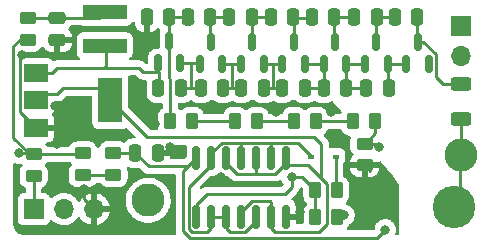
<source format=gtl>
G04 #@! TF.GenerationSoftware,KiCad,Pcbnew,5.99.0-unknown-50e22de3ba~95~ubuntu20.04.1*
G04 #@! TF.CreationDate,2021-01-23T19:03:26+09:00*
G04 #@! TF.ProjectId,OpenRover-4,4f70656e-526f-4766-9572-2d342e6b6963,rev?*
G04 #@! TF.SameCoordinates,Original*
G04 #@! TF.FileFunction,Copper,L1,Top*
G04 #@! TF.FilePolarity,Positive*
%FSLAX46Y46*%
G04 Gerber Fmt 4.6, Leading zero omitted, Abs format (unit mm)*
G04 Created by KiCad (PCBNEW 5.99.0-unknown-50e22de3ba~95~ubuntu20.04.1) date 2021-01-23 19:03:26*
%MOMM*%
%LPD*%
G01*
G04 APERTURE LIST*
G04 Aperture macros list*
%AMRoundRect*
0 Rectangle with rounded corners*
0 $1 Rounding radius*
0 $2 $3 $4 $5 $6 $7 $8 $9 X,Y pos of 4 corners*
0 Add a 4 corners polygon primitive as box body*
4,1,4,$2,$3,$4,$5,$6,$7,$8,$9,$2,$3,0*
0 Add four circle primitives for the rounded corners*
1,1,$1+$1,$2,$3*
1,1,$1+$1,$4,$5*
1,1,$1+$1,$6,$7*
1,1,$1+$1,$8,$9*
0 Add four rect primitives between the rounded corners*
20,1,$1+$1,$2,$3,$4,$5,0*
20,1,$1+$1,$4,$5,$6,$7,0*
20,1,$1+$1,$6,$7,$8,$9,0*
20,1,$1+$1,$8,$9,$2,$3,0*%
G04 Aperture macros list end*
G04 #@! TA.AperFunction,SMDPad,CuDef*
%ADD10RoundRect,0.250000X0.450000X-0.262500X0.450000X0.262500X-0.450000X0.262500X-0.450000X-0.262500X0*%
G04 #@! TD*
G04 #@! TA.AperFunction,SMDPad,CuDef*
%ADD11RoundRect,0.250000X-0.250000X-0.475000X0.250000X-0.475000X0.250000X0.475000X-0.250000X0.475000X0*%
G04 #@! TD*
G04 #@! TA.AperFunction,ComponentPad*
%ADD12C,2.800000*%
G04 #@! TD*
G04 #@! TA.AperFunction,SMDPad,CuDef*
%ADD13RoundRect,0.150000X0.150000X-0.587500X0.150000X0.587500X-0.150000X0.587500X-0.150000X-0.587500X0*%
G04 #@! TD*
G04 #@! TA.AperFunction,ComponentPad*
%ADD14C,3.600000*%
G04 #@! TD*
G04 #@! TA.AperFunction,SMDPad,CuDef*
%ADD15RoundRect,0.250000X0.262500X0.450000X-0.262500X0.450000X-0.262500X-0.450000X0.262500X-0.450000X0*%
G04 #@! TD*
G04 #@! TA.AperFunction,SMDPad,CuDef*
%ADD16R,0.600000X0.450000*%
G04 #@! TD*
G04 #@! TA.AperFunction,SMDPad,CuDef*
%ADD17RoundRect,0.250000X-0.450000X0.262500X-0.450000X-0.262500X0.450000X-0.262500X0.450000X0.262500X0*%
G04 #@! TD*
G04 #@! TA.AperFunction,SMDPad,CuDef*
%ADD18RoundRect,0.250000X-0.475000X0.250000X-0.475000X-0.250000X0.475000X-0.250000X0.475000X0.250000X0*%
G04 #@! TD*
G04 #@! TA.AperFunction,ComponentPad*
%ADD19R,1.700000X1.700000*%
G04 #@! TD*
G04 #@! TA.AperFunction,ComponentPad*
%ADD20O,1.700000X1.700000*%
G04 #@! TD*
G04 #@! TA.AperFunction,SMDPad,CuDef*
%ADD21RoundRect,0.250000X-0.625000X0.312500X-0.625000X-0.312500X0.625000X-0.312500X0.625000X0.312500X0*%
G04 #@! TD*
G04 #@! TA.AperFunction,SMDPad,CuDef*
%ADD22RoundRect,0.250100X-0.449900X0.262400X-0.449900X-0.262400X0.449900X-0.262400X0.449900X0.262400X0*%
G04 #@! TD*
G04 #@! TA.AperFunction,SMDPad,CuDef*
%ADD23R,3.700000X1.200000*%
G04 #@! TD*
G04 #@! TA.AperFunction,SMDPad,CuDef*
%ADD24RoundRect,0.250000X-0.262500X-0.450000X0.262500X-0.450000X0.262500X0.450000X-0.262500X0.450000X0*%
G04 #@! TD*
G04 #@! TA.AperFunction,SMDPad,CuDef*
%ADD25RoundRect,0.150000X0.150000X-0.825000X0.150000X0.825000X-0.150000X0.825000X-0.150000X-0.825000X0*%
G04 #@! TD*
G04 #@! TA.AperFunction,SMDPad,CuDef*
%ADD26R,2.000000X1.500000*%
G04 #@! TD*
G04 #@! TA.AperFunction,SMDPad,CuDef*
%ADD27R,2.000000X3.800000*%
G04 #@! TD*
G04 #@! TA.AperFunction,ViaPad*
%ADD28C,0.800000*%
G04 #@! TD*
G04 #@! TA.AperFunction,Conductor*
%ADD29C,0.250000*%
G04 #@! TD*
G04 APERTURE END LIST*
D10*
X128500000Y-72412500D03*
X128500000Y-70587500D03*
D11*
X145050000Y-59000000D03*
X146950000Y-59000000D03*
D12*
X164640000Y-70650000D03*
D13*
X156550000Y-62937500D03*
X158450000Y-62937500D03*
X157500000Y-61062500D03*
D14*
X164100000Y-75075000D03*
D13*
X142550000Y-62937500D03*
X144450000Y-62937500D03*
X143500000Y-61062500D03*
D11*
X152050000Y-59000000D03*
X153950000Y-59000000D03*
D13*
X139004000Y-62913500D03*
X140904000Y-62913500D03*
X139954000Y-61038500D03*
D11*
X137100000Y-70500000D03*
X139000000Y-70500000D03*
D15*
X152376500Y-67818000D03*
X150551500Y-67818000D03*
D11*
X148550000Y-59000000D03*
X150450000Y-59000000D03*
D15*
X157376500Y-67818000D03*
X155551500Y-67818000D03*
D13*
X149550000Y-62937500D03*
X151450000Y-62937500D03*
X150500000Y-61062500D03*
D16*
X151950000Y-70794000D03*
X154050000Y-70794000D03*
D17*
X135225000Y-70512500D03*
X135225000Y-72337500D03*
D12*
X138176000Y-74500000D03*
D13*
X153050000Y-62937500D03*
X154950000Y-62937500D03*
X154000000Y-61062500D03*
D18*
X130500000Y-59050000D03*
X130500000Y-60950000D03*
D11*
X153050000Y-65000000D03*
X154950000Y-65000000D03*
D19*
X128500000Y-75250000D03*
D20*
X131040000Y-75250000D03*
X133580000Y-75250000D03*
D21*
X164640000Y-64687500D03*
X164640000Y-67612500D03*
D11*
X138050000Y-59000000D03*
X139950000Y-59000000D03*
D22*
X156500000Y-69699500D03*
D17*
X156500000Y-71524500D03*
D11*
X139050000Y-65000000D03*
X140950000Y-65000000D03*
X149550000Y-65000000D03*
X151450000Y-65000000D03*
X146050000Y-65000000D03*
X147950000Y-65000000D03*
D19*
X164640000Y-59780000D03*
D20*
X164640000Y-62320000D03*
D23*
X134500000Y-58600000D03*
X134500000Y-61400000D03*
D24*
X140051500Y-67818000D03*
X141876500Y-67818000D03*
D11*
X156638000Y-65000000D03*
X158538000Y-65000000D03*
D25*
X142240000Y-75881000D03*
X143510000Y-75881000D03*
X144780000Y-75881000D03*
X146050000Y-75881000D03*
X147320000Y-75881000D03*
X148590000Y-75881000D03*
X149860000Y-75881000D03*
X149860000Y-70931000D03*
X148590000Y-70931000D03*
X147320000Y-70931000D03*
X146050000Y-70931000D03*
X144780000Y-70931000D03*
X143510000Y-70931000D03*
X142240000Y-70931000D03*
D10*
X128000000Y-60912500D03*
X128000000Y-59087500D03*
D15*
X147376500Y-67818000D03*
X145551500Y-67818000D03*
D24*
X152337500Y-75946000D03*
X154162500Y-75946000D03*
X152337500Y-73660000D03*
X154162500Y-73660000D03*
D11*
X155638000Y-59000000D03*
X157538000Y-59000000D03*
X142638000Y-65000000D03*
X144538000Y-65000000D03*
D26*
X128676000Y-63740000D03*
D27*
X134976000Y-66040000D03*
D26*
X128676000Y-66040000D03*
X128676000Y-68340000D03*
D13*
X160050000Y-62937500D03*
X161950000Y-62937500D03*
X161000000Y-61062500D03*
D11*
X159050000Y-59000000D03*
X160950000Y-59000000D03*
X141550000Y-59000000D03*
X143450000Y-59000000D03*
D17*
X132650000Y-70537500D03*
X132650000Y-72362500D03*
D13*
X146050000Y-62937500D03*
X147950000Y-62937500D03*
X147000000Y-61062500D03*
D28*
X150368000Y-72555800D03*
X132500000Y-66390200D03*
X127481000Y-62208000D03*
X138750000Y-68000000D03*
X157250000Y-74750000D03*
X130313000Y-66559400D03*
X140000000Y-70000000D03*
X153670000Y-67056000D03*
X149000000Y-67000000D03*
X137750000Y-62250000D03*
X151000000Y-75500000D03*
X130500000Y-69750000D03*
X144365000Y-72557800D03*
X132720000Y-73522100D03*
X137000000Y-65750000D03*
X127250000Y-70500000D03*
X158250000Y-77000000D03*
X154750000Y-75750000D03*
X157750000Y-70000000D03*
D29*
X151233000Y-72555800D02*
X152338000Y-73660000D01*
X142240000Y-74906000D02*
X143146000Y-74000000D01*
X142240000Y-75881000D02*
X142240000Y-74906000D01*
X149750000Y-74000000D02*
X150368000Y-73382000D01*
X150368000Y-72555800D02*
X151233000Y-72555800D01*
X152338000Y-74803000D02*
X152337500Y-74803500D01*
X152338000Y-73660000D02*
X152338000Y-74803000D01*
X152338000Y-73538900D02*
X152337500Y-73539400D01*
X152337500Y-73539400D02*
X152337500Y-73660000D01*
X152337500Y-74803500D02*
X152337500Y-75946000D01*
X152338000Y-74803000D02*
X152338000Y-75946000D01*
X150368000Y-73382000D02*
X150368000Y-72555800D01*
X152338000Y-73417900D02*
X152338000Y-73538900D01*
X143146000Y-74000000D02*
X149750000Y-74000000D01*
X152338000Y-73538900D02*
X152338000Y-73660000D01*
X139000000Y-70500000D02*
X139500000Y-70500000D01*
X132720000Y-73522100D02*
X132720000Y-74390000D01*
X139500000Y-70500000D02*
X140000000Y-70000000D01*
X137750000Y-62250000D02*
X138087500Y-61912500D01*
X151210000Y-75710000D02*
X151000000Y-75500000D01*
X140103000Y-70358000D02*
X140000000Y-70255000D01*
X138087500Y-61912500D02*
X138087500Y-59000000D01*
X138000000Y-62000000D02*
X138000000Y-61000000D01*
X138750000Y-67500000D02*
X138750000Y-68000000D01*
X151210000Y-76343900D02*
X151210000Y-75710000D01*
X137750000Y-62250000D02*
X138000000Y-62000000D01*
X127350989Y-67014989D02*
X128676000Y-68340000D01*
X127350989Y-62338011D02*
X127350989Y-67014989D01*
X140000000Y-70255000D02*
X140000000Y-70000000D01*
X137000000Y-65750000D02*
X138750000Y-67500000D01*
X157000000Y-72024500D02*
X156500000Y-71524500D01*
X127481000Y-62208000D02*
X127350989Y-62338011D01*
X132720000Y-74390000D02*
X133580000Y-75250000D01*
X134050000Y-59050000D02*
X134500000Y-58600000D01*
X128000000Y-59087500D02*
X130462000Y-59087500D01*
X130500000Y-59050000D02*
X134050000Y-59050000D01*
X130462000Y-59087500D02*
X130500000Y-59050000D01*
X139087500Y-64328500D02*
X139087500Y-65000000D01*
X134374600Y-63294700D02*
X134568000Y-63101300D01*
X139088000Y-63656000D02*
X138943400Y-63656000D01*
X139088000Y-65000000D02*
X139088000Y-64328000D01*
X139004000Y-63595400D02*
X139004000Y-62913500D01*
X137423000Y-63294700D02*
X134374600Y-63294700D01*
X139088000Y-64328000D02*
X139088000Y-63656000D01*
X134374600Y-63294700D02*
X130447000Y-63294700D01*
X137784000Y-63656000D02*
X137423000Y-63294700D01*
X134500000Y-61400000D02*
X134568000Y-61468000D01*
X134568000Y-63101300D02*
X134568000Y-61468000D01*
X130001000Y-63740000D02*
X128676000Y-63740000D01*
X139088000Y-64328000D02*
X139087500Y-64328500D01*
X138943400Y-63656000D02*
X139004000Y-63595400D01*
X130447000Y-63294700D02*
X130001000Y-63740000D01*
X138943400Y-63656000D02*
X137784000Y-63656000D01*
X146050000Y-62937500D02*
X145294000Y-62937500D01*
X144500500Y-65000000D02*
X145294000Y-65000000D01*
X145294000Y-62937500D02*
X144450000Y-62937500D01*
X144500000Y-65000000D02*
X144500500Y-65000000D01*
X145294000Y-65000000D02*
X146087500Y-65000000D01*
X146087500Y-65000000D02*
X146088000Y-65000000D01*
X145294000Y-65000000D02*
X145294000Y-62937500D01*
X140052000Y-67818000D02*
X140052000Y-66809500D01*
X140052000Y-64262300D02*
X139912000Y-64123300D01*
X141587500Y-59000000D02*
X141588000Y-59000000D01*
X139912500Y-59000000D02*
X141587500Y-59000000D01*
X140051500Y-66810000D02*
X140051500Y-67818000D01*
X140052000Y-66809500D02*
X140051500Y-66810000D01*
X139912000Y-64123300D02*
X139912000Y-60537600D01*
X139954000Y-60579600D02*
X139954000Y-61038500D01*
X139912000Y-60537600D02*
X139954000Y-60579600D01*
X141588000Y-59000000D02*
X141946000Y-59358500D01*
X139912000Y-59000000D02*
X139912500Y-59000000D01*
X140052000Y-66809500D02*
X140052000Y-64262300D01*
X139912000Y-60537600D02*
X139912000Y-59000000D01*
X141756000Y-65000000D02*
X141810000Y-64945500D01*
X141756000Y-65000000D02*
X140912500Y-65000000D01*
X142526000Y-62913500D02*
X142550000Y-62937500D01*
X141810000Y-62913500D02*
X142526000Y-62913500D01*
X142675500Y-65000000D02*
X141756000Y-65000000D01*
X140912500Y-65000000D02*
X140912000Y-65000000D01*
X140904000Y-62913500D02*
X141810000Y-62913500D01*
X142676000Y-65000000D02*
X142675500Y-65000000D01*
X141810000Y-64945500D02*
X141810000Y-62913500D01*
X142628000Y-62859000D02*
X142550000Y-62937500D01*
X143412000Y-59000000D02*
X143412500Y-59000000D01*
X143412000Y-60975000D02*
X143412000Y-59000000D01*
X143500000Y-61062500D02*
X143412000Y-60975000D01*
X143412500Y-59000000D02*
X145087500Y-59000000D01*
X145087500Y-59000000D02*
X145088000Y-59000000D01*
X153087500Y-65000000D02*
X153088000Y-65000000D01*
X153050000Y-62937500D02*
X151450000Y-62937500D01*
X151412000Y-65000000D02*
X151412500Y-65000000D01*
X153050000Y-65000000D02*
X153050000Y-62937500D01*
X151412500Y-65000000D02*
X153050000Y-65000000D01*
X153050000Y-65000000D02*
X153087500Y-65000000D01*
X147000000Y-59087500D02*
X146912300Y-59000200D01*
X146912300Y-59000200D02*
X146912000Y-59000000D01*
X148587500Y-59000000D02*
X147088000Y-59000000D01*
X148588000Y-59000000D02*
X148587500Y-59000000D01*
X147088000Y-59000000D02*
X147000000Y-59087500D01*
X146912500Y-59000000D02*
X146912300Y-59000200D01*
X147000000Y-61062500D02*
X147000000Y-59087500D01*
X147912000Y-65000000D02*
X147912500Y-65000000D01*
X148750000Y-65000000D02*
X149587500Y-65000000D01*
X148750000Y-65000000D02*
X148750000Y-62937500D01*
X149587500Y-65000000D02*
X149588000Y-65000000D01*
X148750000Y-62937500D02*
X149550000Y-62937500D01*
X147912500Y-65000000D02*
X148750000Y-65000000D01*
X147950000Y-62937500D02*
X148750000Y-62937500D01*
X153912500Y-59000000D02*
X155675500Y-59000000D01*
X155675500Y-59000000D02*
X155676000Y-59000000D01*
X154000000Y-61062500D02*
X153912000Y-60975000D01*
X153912000Y-60975000D02*
X153912000Y-59000000D01*
X153912000Y-59000000D02*
X153912500Y-59000000D01*
X154912500Y-65000000D02*
X154912000Y-65000000D01*
X154950000Y-62937500D02*
X156550000Y-62937500D01*
X154950000Y-65000000D02*
X154950000Y-62937500D01*
X156675500Y-65000000D02*
X154950000Y-65000000D01*
X154950000Y-65000000D02*
X154912500Y-65000000D01*
X156676000Y-65000000D02*
X156675500Y-65000000D01*
X157500000Y-59000000D02*
X157500000Y-61062500D01*
X159087500Y-59000000D02*
X157500500Y-59000000D01*
X157500500Y-59000000D02*
X157500000Y-59000000D01*
X159088000Y-59000000D02*
X159087500Y-59000000D01*
X160050000Y-62937500D02*
X158450000Y-62937500D01*
X158450000Y-64949500D02*
X158450000Y-62937500D01*
X158500000Y-65000000D02*
X158450000Y-64949500D01*
X158500500Y-65000000D02*
X158500000Y-65000000D01*
X152000000Y-59087500D02*
X152087700Y-59000200D01*
X152087500Y-59000000D02*
X152087700Y-59000200D01*
X152087700Y-59000200D02*
X152088000Y-59000000D01*
X150500000Y-59087500D02*
X152000000Y-59087500D01*
X150412300Y-59000200D02*
X150412000Y-59000000D01*
X150500000Y-59087500D02*
X150412300Y-59000200D01*
X150412500Y-59000000D02*
X150412300Y-59000200D01*
X150500000Y-61062500D02*
X150500000Y-59087500D01*
X132600000Y-70587500D02*
X132650000Y-70537500D01*
X128000000Y-60912500D02*
X127300000Y-60912500D01*
X128412500Y-70500000D02*
X128500000Y-70587500D01*
X126755989Y-69192489D02*
X128151000Y-70587500D01*
X126755989Y-61456511D02*
X126755989Y-69192489D01*
X127250000Y-70500000D02*
X128412500Y-70500000D01*
X127300000Y-60912500D02*
X126755989Y-61456511D01*
X128151000Y-70587500D02*
X128500000Y-70587500D01*
X128000000Y-60912500D02*
X127391250Y-60912500D01*
X128500000Y-70587500D02*
X132600000Y-70587500D01*
X142240000Y-70931000D02*
X141545609Y-71625391D01*
X141164980Y-72006020D02*
X142240000Y-70931000D01*
X141164980Y-77089404D02*
X141164980Y-72006020D01*
X135225000Y-70512500D02*
X137087500Y-70512500D01*
X141545609Y-71625391D02*
X138225391Y-71625391D01*
X137087500Y-70512500D02*
X137100000Y-70500000D01*
X158250000Y-77000000D02*
X157583980Y-77666020D01*
X141741596Y-77666020D02*
X141164980Y-77089404D01*
X138225391Y-71625391D02*
X137100000Y-70500000D01*
X157583980Y-77666020D02*
X141741596Y-77666020D01*
X164640000Y-64687500D02*
X163167500Y-64687500D01*
X161484280Y-61062500D02*
X161000000Y-61062500D01*
X162575020Y-62814520D02*
X162575020Y-62153240D01*
X163167500Y-64687500D02*
X162550000Y-64070000D01*
X162575020Y-64044980D02*
X162575020Y-62153240D01*
X160950000Y-59000000D02*
X160950000Y-61012500D01*
X160950000Y-61012500D02*
X161000000Y-61062500D01*
X162550000Y-64070000D02*
X162575020Y-64044980D01*
X160912000Y-59000000D02*
X160912300Y-59000200D01*
X162575020Y-62153240D02*
X161484280Y-61062500D01*
X160912300Y-59000200D02*
X161000000Y-59087500D01*
X160912500Y-59000000D02*
X160912300Y-59000200D01*
X150841553Y-69624000D02*
X152011553Y-70794000D01*
X144414000Y-69624000D02*
X143510000Y-70527800D01*
X148590000Y-69624000D02*
X150841553Y-69624000D01*
X144780000Y-75881000D02*
X143510000Y-75881000D01*
X144780000Y-75881000D02*
X144780000Y-76856000D01*
X147320000Y-76257800D02*
X147320000Y-75881000D01*
X143510000Y-75881000D02*
X143510000Y-76856000D01*
X146397000Y-77181000D02*
X147320000Y-76257800D01*
X141615000Y-73385000D02*
X143510000Y-71490000D01*
X146050000Y-69624000D02*
X144414000Y-69624000D01*
X143150000Y-77216000D02*
X141928000Y-77216000D01*
X144780000Y-76856000D02*
X145105000Y-77181000D01*
X143510000Y-76856000D02*
X143150000Y-77216000D01*
X148590000Y-69624000D02*
X148590000Y-70931000D01*
X143510000Y-70527800D02*
X143510000Y-70931000D01*
X141615000Y-76902800D02*
X141615000Y-73385000D01*
X146050000Y-69624000D02*
X146050000Y-70931000D01*
X143510000Y-71490000D02*
X143510000Y-70931000D01*
X141928000Y-77216000D02*
X141615000Y-76902800D01*
X146050000Y-69624000D02*
X148590000Y-69624000D01*
X145105000Y-77181000D02*
X146397000Y-77181000D01*
X128676000Y-65500000D02*
X130500000Y-65500000D01*
X149860000Y-71370600D02*
X149860000Y-70931000D01*
X147320000Y-72270700D02*
X147320000Y-70931000D01*
X128676000Y-66040000D02*
X128676000Y-65500000D01*
X138110000Y-69174000D02*
X134976000Y-66040000D01*
X148495000Y-74581000D02*
X146973000Y-74581000D01*
X134976000Y-66040000D02*
X134976000Y-65504300D01*
X152424000Y-69342000D02*
X152414000Y-69342000D01*
X153325000Y-76484200D02*
X153325000Y-73121800D01*
X152851659Y-69769659D02*
X152424000Y-69342000D01*
X146050000Y-75504200D02*
X146050000Y-75881000D01*
X148960000Y-72270700D02*
X149860000Y-71370600D01*
X151723000Y-71519400D02*
X150223000Y-71519400D01*
X146973000Y-74581000D02*
X146050000Y-75504200D01*
X134976000Y-65000000D02*
X134976000Y-65504300D01*
X144780000Y-71369900D02*
X144780000Y-70931000D01*
X147320000Y-72270700D02*
X148960000Y-72270700D01*
X147320000Y-72270700D02*
X145681000Y-72270700D01*
X130500000Y-65500000D02*
X131000000Y-65000000D01*
X152246000Y-69174000D02*
X138110000Y-69174000D01*
X149860000Y-71370600D02*
X150009000Y-71519400D01*
X148590000Y-75881000D02*
X148590000Y-76856000D01*
X150009000Y-71519400D02*
X150223000Y-71519400D01*
X148590000Y-74676000D02*
X148495000Y-74581000D01*
X131000000Y-65000000D02*
X134976000Y-65000000D01*
X145681000Y-72270700D02*
X144780000Y-71369900D01*
X152414000Y-69342000D02*
X152246000Y-69174000D01*
X148590000Y-76856000D02*
X148915000Y-77181000D01*
X153325000Y-73121800D02*
X151723000Y-71519400D01*
X152851659Y-72648341D02*
X152851659Y-69769659D01*
X152628000Y-77181000D02*
X153325000Y-76484200D01*
X148915000Y-77181000D02*
X152628000Y-77181000D01*
X148590000Y-75881000D02*
X148590000Y-74676000D01*
X150223000Y-71519400D02*
X151723000Y-71519400D01*
X154050000Y-73547500D02*
X154162500Y-73660000D01*
X154162000Y-73660000D02*
X154162300Y-73659800D01*
X154050000Y-70794000D02*
X154050000Y-73547500D01*
X154162500Y-73660000D02*
X154162300Y-73659800D01*
X135200000Y-72362500D02*
X135225000Y-72337500D01*
X132650000Y-72362500D02*
X135200000Y-72362500D01*
X164640000Y-67612500D02*
X164640000Y-70650000D01*
X164700000Y-70530000D02*
X164592000Y-70638000D01*
X164592000Y-74128000D02*
X164140000Y-74580000D01*
X164338000Y-70168000D02*
X164700000Y-70530000D01*
X164592000Y-70638000D02*
X164592000Y-74128000D01*
X150551500Y-67818000D02*
X150552000Y-67818000D01*
X147376000Y-67818000D02*
X147376500Y-67818000D01*
X147376500Y-67818000D02*
X150551500Y-67818000D01*
X154358500Y-75750000D02*
X154162500Y-75946000D01*
X154162000Y-75946000D02*
X154162500Y-75946000D01*
X154750000Y-75750000D02*
X154358500Y-75750000D01*
X156500000Y-69699500D02*
X156699500Y-69699500D01*
X157376300Y-67818200D02*
X157540000Y-67981100D01*
X157449500Y-69699500D02*
X157750000Y-70000000D01*
X157376500Y-68823000D02*
X156500000Y-69699500D01*
X157376000Y-67818000D02*
X157376300Y-67818200D01*
X156500000Y-69699500D02*
X157449500Y-69699500D01*
X157376500Y-67818000D02*
X157376500Y-68823000D01*
X157376500Y-67818000D02*
X157376300Y-67818200D01*
X152376500Y-67818000D02*
X152376000Y-67818000D01*
X155552000Y-67818000D02*
X155551500Y-67818000D01*
X155551500Y-67818000D02*
X152376500Y-67818000D01*
X141876500Y-67818000D02*
X141876000Y-67818000D01*
X145551500Y-67818000D02*
X141876500Y-67818000D01*
X145552000Y-67818000D02*
X145551500Y-67818000D01*
X128500000Y-72412500D02*
X128500000Y-75250000D01*
G04 #@! TA.AperFunction,Conductor*
G36*
X131569261Y-71241002D02*
G01*
X131606509Y-71277911D01*
X131614269Y-71289747D01*
X131619583Y-71294781D01*
X131685480Y-71357206D01*
X131721178Y-71418576D01*
X131718030Y-71489502D01*
X131690300Y-71535332D01*
X131588642Y-71642645D01*
X131499825Y-71795555D01*
X131448567Y-71964796D01*
X131447992Y-71971236D01*
X131447992Y-71971237D01*
X131442535Y-72032386D01*
X131441500Y-72043978D01*
X131441500Y-72667886D01*
X131456978Y-72800643D01*
X131459474Y-72807521D01*
X131459475Y-72807523D01*
X131494770Y-72904759D01*
X131517313Y-72966864D01*
X131572491Y-73051024D01*
X131600852Y-73094282D01*
X131614269Y-73114747D01*
X131742645Y-73236358D01*
X131895555Y-73325175D01*
X132022494Y-73363621D01*
X132048499Y-73371497D01*
X132064796Y-73376433D01*
X132071236Y-73377008D01*
X132071237Y-73377008D01*
X132141185Y-73383251D01*
X132141191Y-73383251D01*
X132143978Y-73383500D01*
X133142886Y-73383500D01*
X133245177Y-73371574D01*
X133268371Y-73368870D01*
X133268372Y-73368870D01*
X133275643Y-73368022D01*
X133282521Y-73365526D01*
X133282523Y-73365525D01*
X133434985Y-73310184D01*
X133441864Y-73307687D01*
X133579183Y-73217657D01*
X133583628Y-73214743D01*
X133583629Y-73214742D01*
X133589747Y-73210731D01*
X133711358Y-73082355D01*
X133725089Y-73058715D01*
X133776599Y-73009856D01*
X133834043Y-72996000D01*
X134059749Y-72996000D01*
X134127870Y-73016002D01*
X134165121Y-73052915D01*
X134184423Y-73082355D01*
X134189269Y-73089747D01*
X134317645Y-73211358D01*
X134470555Y-73300175D01*
X134639796Y-73351433D01*
X134646236Y-73352008D01*
X134646237Y-73352008D01*
X134716185Y-73358251D01*
X134716191Y-73358251D01*
X134718978Y-73358500D01*
X135717886Y-73358500D01*
X135813106Y-73347398D01*
X135843371Y-73343870D01*
X135843372Y-73343870D01*
X135850643Y-73343022D01*
X135857521Y-73340526D01*
X135857523Y-73340525D01*
X136009985Y-73285184D01*
X136016864Y-73282687D01*
X136164747Y-73185731D01*
X136286358Y-73057355D01*
X136375175Y-72904445D01*
X136426433Y-72735204D01*
X136427654Y-72721527D01*
X136433251Y-72658815D01*
X136433251Y-72658809D01*
X136433500Y-72656022D01*
X136433500Y-72032114D01*
X136418022Y-71899357D01*
X136396696Y-71840604D01*
X136392255Y-71769746D01*
X136426828Y-71707736D01*
X136489438Y-71674261D01*
X136551656Y-71677023D01*
X136714796Y-71726433D01*
X136721236Y-71727008D01*
X136721237Y-71727008D01*
X136791185Y-71733251D01*
X136791191Y-71733251D01*
X136793978Y-71733500D01*
X137385406Y-71733500D01*
X137453527Y-71753502D01*
X137474501Y-71770405D01*
X137722000Y-72017904D01*
X137729360Y-72025992D01*
X137733418Y-72032386D01*
X137739195Y-72037811D01*
X137782269Y-72078260D01*
X137785111Y-72081015D01*
X137805425Y-72101329D01*
X137808836Y-72103974D01*
X137817856Y-72111678D01*
X137850090Y-72141948D01*
X137857034Y-72145765D01*
X137857036Y-72145767D01*
X137867844Y-72151709D01*
X137884368Y-72162563D01*
X137900368Y-72174974D01*
X137907639Y-72178121D01*
X137907640Y-72178121D01*
X137940942Y-72192532D01*
X137951598Y-72197753D01*
X137990343Y-72219053D01*
X137998026Y-72221025D01*
X137998027Y-72221026D01*
X138009959Y-72224090D01*
X138028663Y-72230494D01*
X138039976Y-72235390D01*
X138039983Y-72235392D01*
X138047255Y-72238539D01*
X138055079Y-72239778D01*
X138055082Y-72239779D01*
X138090926Y-72245456D01*
X138102547Y-72247863D01*
X138139609Y-72257378D01*
X138145366Y-72258856D01*
X138145922Y-72258891D01*
X138165843Y-72258891D01*
X138185553Y-72260442D01*
X138197505Y-72262335D01*
X138197506Y-72262335D01*
X138205335Y-72263575D01*
X138213227Y-72262829D01*
X138248973Y-72259450D01*
X138260831Y-72258891D01*
X140405480Y-72258891D01*
X140473601Y-72278893D01*
X140520094Y-72332549D01*
X140531480Y-72384891D01*
X140531480Y-77011020D01*
X140530966Y-77021924D01*
X140529314Y-77029315D01*
X140529563Y-77037241D01*
X140529563Y-77037242D01*
X140531418Y-77096270D01*
X140531480Y-77100227D01*
X140531480Y-77128982D01*
X140531976Y-77132907D01*
X140531976Y-77132908D01*
X140532019Y-77133247D01*
X140532952Y-77145091D01*
X140534341Y-77189287D01*
X140536553Y-77196899D01*
X140539992Y-77208737D01*
X140544002Y-77228100D01*
X140545020Y-77236156D01*
X140546540Y-77248192D01*
X140549456Y-77255557D01*
X140549457Y-77255561D01*
X140562817Y-77289305D01*
X140566659Y-77300526D01*
X140568289Y-77306135D01*
X140568092Y-77377132D01*
X140529542Y-77436751D01*
X140464879Y-77466064D01*
X140447332Y-77467297D01*
X127820524Y-77469982D01*
X127798876Y-77468112D01*
X127785461Y-77465774D01*
X127780594Y-77465686D01*
X127683864Y-77463937D01*
X127676255Y-77463569D01*
X127658659Y-77462184D01*
X127648836Y-77461022D01*
X127559817Y-77446923D01*
X127519028Y-77440463D01*
X127509320Y-77438531D01*
X127505660Y-77437652D01*
X127496148Y-77434969D01*
X127371155Y-77394356D01*
X127361886Y-77390937D01*
X127358817Y-77389666D01*
X127358426Y-77389504D01*
X127349436Y-77385360D01*
X127232321Y-77325686D01*
X127223681Y-77320847D01*
X127220493Y-77318893D01*
X127212277Y-77313403D01*
X127167166Y-77280628D01*
X127105936Y-77236142D01*
X127098181Y-77230028D01*
X127095309Y-77227575D01*
X127088055Y-77220869D01*
X126995127Y-77127940D01*
X126988412Y-77120676D01*
X126985971Y-77117818D01*
X126979846Y-77110048D01*
X126902599Y-77003726D01*
X126897105Y-76995504D01*
X126895150Y-76992314D01*
X126890313Y-76983678D01*
X126830641Y-76866566D01*
X126826494Y-76857569D01*
X126825060Y-76854106D01*
X126821641Y-76844837D01*
X126781030Y-76719852D01*
X126778350Y-76710353D01*
X126777466Y-76706669D01*
X126775539Y-76696985D01*
X126759691Y-76596923D01*
X126754977Y-76567156D01*
X126753814Y-76557332D01*
X126753375Y-76551747D01*
X126752431Y-76539758D01*
X126752064Y-76532152D01*
X126750366Y-76438299D01*
X126750285Y-76433816D01*
X126749457Y-76428691D01*
X126747616Y-76417312D01*
X126746000Y-76397197D01*
X126746000Y-71464100D01*
X126766002Y-71395979D01*
X126819658Y-71349486D01*
X126889932Y-71339382D01*
X126923250Y-71348994D01*
X126961678Y-71366104D01*
X126961686Y-71366107D01*
X126967713Y-71368790D01*
X127050363Y-71386358D01*
X127148056Y-71407124D01*
X127148061Y-71407124D01*
X127154513Y-71408496D01*
X127345487Y-71408496D01*
X127359767Y-71405461D01*
X127402862Y-71396301D01*
X127473652Y-71401703D01*
X127530285Y-71444520D01*
X127554778Y-71511158D01*
X127539357Y-71580459D01*
X127520532Y-71606200D01*
X127438642Y-71692645D01*
X127349825Y-71845555D01*
X127298567Y-72014796D01*
X127297992Y-72021236D01*
X127297992Y-72021237D01*
X127292369Y-72084246D01*
X127291500Y-72093978D01*
X127291500Y-72717886D01*
X127300807Y-72797711D01*
X127305466Y-72837671D01*
X127306978Y-72850643D01*
X127309474Y-72857521D01*
X127309475Y-72857523D01*
X127336900Y-72933077D01*
X127367313Y-73016864D01*
X127464269Y-73164747D01*
X127592645Y-73286358D01*
X127745555Y-73375175D01*
X127752562Y-73377297D01*
X127752566Y-73377299D01*
X127777023Y-73384706D01*
X127836421Y-73423595D01*
X127865365Y-73488424D01*
X127866500Y-73505296D01*
X127866500Y-73760500D01*
X127846498Y-73828621D01*
X127792842Y-73875114D01*
X127740500Y-73886500D01*
X127650000Y-73886500D01*
X127576921Y-73891727D01*
X127523884Y-73907300D01*
X127445330Y-73930365D01*
X127445328Y-73930366D01*
X127436684Y-73932904D01*
X127416350Y-73945972D01*
X127321309Y-74007051D01*
X127321306Y-74007053D01*
X127313729Y-74011923D01*
X127307828Y-74018733D01*
X127223918Y-74115569D01*
X127223916Y-74115572D01*
X127218016Y-74122381D01*
X127157300Y-74255330D01*
X127156018Y-74264245D01*
X127156018Y-74264246D01*
X127137139Y-74395552D01*
X127137138Y-74395559D01*
X127136500Y-74400000D01*
X127136500Y-76100000D01*
X127141727Y-76173079D01*
X127162063Y-76242337D01*
X127176740Y-76292322D01*
X127182904Y-76313316D01*
X127194972Y-76332094D01*
X127257051Y-76428691D01*
X127257053Y-76428694D01*
X127261923Y-76436271D01*
X127268733Y-76442172D01*
X127365569Y-76526082D01*
X127365572Y-76526084D01*
X127372381Y-76531984D01*
X127380579Y-76535728D01*
X127492998Y-76587068D01*
X127505330Y-76592700D01*
X127514245Y-76593982D01*
X127514246Y-76593982D01*
X127645552Y-76612861D01*
X127645559Y-76612862D01*
X127650000Y-76613500D01*
X129350000Y-76613500D01*
X129423079Y-76608273D01*
X129515636Y-76581096D01*
X129554670Y-76569635D01*
X129554672Y-76569634D01*
X129563316Y-76567096D01*
X129612125Y-76535728D01*
X129678691Y-76492949D01*
X129678694Y-76492947D01*
X129686271Y-76488077D01*
X129712203Y-76458150D01*
X129776082Y-76384431D01*
X129776084Y-76384428D01*
X129781984Y-76377619D01*
X129842700Y-76244670D01*
X129843320Y-76240360D01*
X129880432Y-76182610D01*
X129945012Y-76153117D01*
X130015286Y-76163220D01*
X130047335Y-76184270D01*
X130215629Y-76336069D01*
X130220142Y-76338928D01*
X130220144Y-76338929D01*
X130265036Y-76367363D01*
X130410406Y-76459439D01*
X130623184Y-76548228D01*
X130628387Y-76549425D01*
X130628392Y-76549426D01*
X130842678Y-76598701D01*
X130842683Y-76598702D01*
X130847881Y-76599897D01*
X130853209Y-76600200D01*
X130853212Y-76600200D01*
X131003877Y-76608755D01*
X131078071Y-76612968D01*
X131083378Y-76612368D01*
X131083380Y-76612368D01*
X131257354Y-76592700D01*
X131307173Y-76587068D01*
X131312288Y-76585587D01*
X131312292Y-76585586D01*
X131406655Y-76558260D01*
X131528635Y-76522937D01*
X131736125Y-76422409D01*
X131740463Y-76419309D01*
X131740468Y-76419306D01*
X131916364Y-76293607D01*
X131923711Y-76288357D01*
X132037989Y-76173079D01*
X132082277Y-76128403D01*
X132082278Y-76128402D01*
X132086030Y-76124617D01*
X132130418Y-76061342D01*
X132207953Y-75950816D01*
X132263449Y-75906536D01*
X132334075Y-75899289D01*
X132397407Y-75931375D01*
X132421781Y-75962958D01*
X132439550Y-75995617D01*
X132445402Y-76004491D01*
X132581486Y-76177113D01*
X132588750Y-76184875D01*
X132751967Y-76332094D01*
X132760444Y-76338528D01*
X132946122Y-76456136D01*
X132955567Y-76461053D01*
X133158406Y-76545694D01*
X133168545Y-76548950D01*
X133308345Y-76581096D01*
X133322422Y-76580257D01*
X133326000Y-76570999D01*
X133326000Y-75517548D01*
X133834000Y-75517548D01*
X133834000Y-76569941D01*
X133838151Y-76584079D01*
X133848798Y-76585774D01*
X133852192Y-76585096D01*
X134063333Y-76523954D01*
X134073259Y-76520143D01*
X134271065Y-76424307D01*
X134280212Y-76418876D01*
X134459041Y-76291083D01*
X134467149Y-76284182D01*
X134621893Y-76128082D01*
X134628706Y-76119933D01*
X134754940Y-75939988D01*
X134760295Y-75930787D01*
X134854399Y-75732156D01*
X134858123Y-75722197D01*
X134915968Y-75515718D01*
X134914430Y-75507351D01*
X134902137Y-75504000D01*
X133852115Y-75504000D01*
X133836876Y-75508475D01*
X133835671Y-75509865D01*
X133834000Y-75517548D01*
X133326000Y-75517548D01*
X133326000Y-73933717D01*
X133325328Y-73931430D01*
X133834000Y-73931430D01*
X133834000Y-74977885D01*
X133838475Y-74993124D01*
X133839865Y-74994329D01*
X133847548Y-74996000D01*
X134899079Y-74996000D01*
X134912610Y-74992027D01*
X134913876Y-74983218D01*
X134866954Y-74802433D01*
X134863419Y-74792395D01*
X134773147Y-74591998D01*
X134770255Y-74586802D01*
X136264470Y-74586802D01*
X136265005Y-74591320D01*
X136265005Y-74591326D01*
X136281440Y-74730184D01*
X136297022Y-74861834D01*
X136298206Y-74866236D01*
X136298207Y-74866243D01*
X136322396Y-74956201D01*
X136368936Y-75129286D01*
X136478705Y-75383556D01*
X136624029Y-75619317D01*
X136801865Y-75831629D01*
X137008487Y-76016046D01*
X137239567Y-76168705D01*
X137243701Y-76170646D01*
X137243703Y-76170647D01*
X137486128Y-76284465D01*
X137486132Y-76284467D01*
X137490263Y-76286406D01*
X137755324Y-76366685D01*
X138029198Y-76407860D01*
X138033763Y-76407880D01*
X138033764Y-76407880D01*
X138159540Y-76408429D01*
X138306147Y-76409069D01*
X138447525Y-76389074D01*
X138575853Y-76370924D01*
X138575855Y-76370924D01*
X138580370Y-76370285D01*
X138620785Y-76358428D01*
X138841744Y-76293607D01*
X138841752Y-76293604D01*
X138846122Y-76292322D01*
X139097836Y-76176813D01*
X139330238Y-76026177D01*
X139538462Y-75843570D01*
X139615680Y-75753000D01*
X139715190Y-75636282D01*
X139715191Y-75636281D01*
X139718144Y-75632817D01*
X139790592Y-75517548D01*
X139863091Y-75402199D01*
X139863092Y-75402197D01*
X139865520Y-75398334D01*
X139977504Y-75145032D01*
X140007108Y-75038645D01*
X140050525Y-74882617D01*
X140050526Y-74882612D01*
X140051749Y-74878217D01*
X140074964Y-74695731D01*
X140086305Y-74606586D01*
X140086305Y-74606583D01*
X140086700Y-74603480D01*
X140087037Y-74591045D01*
X140089415Y-74503137D01*
X140089500Y-74500000D01*
X140069458Y-74223774D01*
X140057324Y-74168815D01*
X140010735Y-73957795D01*
X140010734Y-73957791D01*
X140009750Y-73953335D01*
X139911629Y-73694348D01*
X139786992Y-73469959D01*
X139779367Y-73456231D01*
X139779366Y-73456230D01*
X139777149Y-73452238D01*
X139666831Y-73307687D01*
X139611899Y-73235709D01*
X139611898Y-73235708D01*
X139609127Y-73232077D01*
X139565822Y-73189743D01*
X139466594Y-73092742D01*
X139411083Y-73038476D01*
X139290332Y-72950584D01*
X139190862Y-72878182D01*
X139190857Y-72878179D01*
X139187167Y-72875493D01*
X138942068Y-72746540D01*
X138680921Y-72654319D01*
X138409197Y-72600763D01*
X138404640Y-72600536D01*
X138404639Y-72600536D01*
X138137157Y-72587220D01*
X138137151Y-72587220D01*
X138132588Y-72586993D01*
X137856888Y-72613297D01*
X137852454Y-72614382D01*
X137852448Y-72614383D01*
X137616709Y-72672068D01*
X137587873Y-72679124D01*
X137583647Y-72680836D01*
X137583643Y-72680837D01*
X137335412Y-72781381D01*
X137335407Y-72781384D01*
X137331179Y-72783096D01*
X137327244Y-72785400D01*
X137327238Y-72785403D01*
X137113120Y-72910775D01*
X137092182Y-72923035D01*
X136961583Y-73027477D01*
X136917578Y-73062669D01*
X136875889Y-73096008D01*
X136686832Y-73298393D01*
X136632295Y-73377008D01*
X136531573Y-73522196D01*
X136531570Y-73522201D01*
X136528970Y-73525949D01*
X136405611Y-73773911D01*
X136404190Y-73778245D01*
X136404189Y-73778248D01*
X136321033Y-74031916D01*
X136319339Y-74037082D01*
X136271961Y-74309952D01*
X136268331Y-74444121D01*
X136264908Y-74570630D01*
X136264470Y-74586802D01*
X134770255Y-74586802D01*
X134767967Y-74582692D01*
X134645218Y-74400366D01*
X134638557Y-74392080D01*
X134486830Y-74233030D01*
X134478873Y-74225990D01*
X134302523Y-74094782D01*
X134293486Y-74089178D01*
X134097550Y-73989559D01*
X134087699Y-73985559D01*
X133877778Y-73920378D01*
X133867396Y-73918095D01*
X133851959Y-73916049D01*
X133837792Y-73918246D01*
X133834000Y-73931430D01*
X133325328Y-73931430D01*
X133322027Y-73920186D01*
X133311420Y-73918661D01*
X133193554Y-73943391D01*
X133183358Y-73946451D01*
X132978932Y-74027182D01*
X132969396Y-74031916D01*
X132781486Y-74145942D01*
X132772896Y-74152206D01*
X132606884Y-74296264D01*
X132599464Y-74303895D01*
X132460100Y-74473860D01*
X132454079Y-74482622D01*
X132420427Y-74541739D01*
X132369344Y-74591045D01*
X132299714Y-74604906D01*
X132233643Y-74578922D01*
X132206405Y-74549773D01*
X132155297Y-74473860D01*
X132102627Y-74395626D01*
X131943482Y-74228799D01*
X131930737Y-74219316D01*
X131762786Y-74094357D01*
X131762787Y-74094357D01*
X131758504Y-74091171D01*
X131753753Y-74088755D01*
X131753749Y-74088753D01*
X131557740Y-73989097D01*
X131557739Y-73989097D01*
X131552982Y-73986678D01*
X131431849Y-73949065D01*
X131337895Y-73919891D01*
X131337889Y-73919890D01*
X131332792Y-73918307D01*
X131227798Y-73904391D01*
X131109515Y-73888714D01*
X131109510Y-73888714D01*
X131104230Y-73888014D01*
X131098900Y-73888214D01*
X131098899Y-73888214D01*
X131005320Y-73891727D01*
X130873831Y-73896663D01*
X130829246Y-73906018D01*
X130653411Y-73942912D01*
X130653408Y-73942913D01*
X130648184Y-73944009D01*
X130433740Y-74028697D01*
X130236631Y-74148306D01*
X130232601Y-74151803D01*
X130106406Y-74261309D01*
X130062492Y-74299415D01*
X130057339Y-74305700D01*
X130056364Y-74306365D01*
X130055390Y-74307366D01*
X130055186Y-74307168D01*
X129998681Y-74345695D01*
X129927710Y-74347628D01*
X129866961Y-74310885D01*
X129839008Y-74261309D01*
X129828527Y-74225616D01*
X129817096Y-74186684D01*
X129755713Y-74091171D01*
X129742949Y-74071309D01*
X129742947Y-74071306D01*
X129738077Y-74063729D01*
X129707325Y-74037082D01*
X129634431Y-73973918D01*
X129634428Y-73973916D01*
X129627619Y-73968016D01*
X129586122Y-73949065D01*
X129502864Y-73911042D01*
X129502863Y-73911042D01*
X129494670Y-73907300D01*
X129485755Y-73906018D01*
X129485754Y-73906018D01*
X129354448Y-73887139D01*
X129354441Y-73887138D01*
X129350000Y-73886500D01*
X129259500Y-73886500D01*
X129191379Y-73866498D01*
X129144886Y-73812842D01*
X129133500Y-73760500D01*
X129133500Y-73503478D01*
X129153502Y-73435357D01*
X129207158Y-73388864D01*
X129216510Y-73385039D01*
X129284983Y-73360185D01*
X129284985Y-73360184D01*
X129291864Y-73357687D01*
X129402450Y-73285184D01*
X129433628Y-73264743D01*
X129433629Y-73264742D01*
X129439747Y-73260731D01*
X129561358Y-73132355D01*
X129650175Y-72979445D01*
X129697417Y-72823465D01*
X129699558Y-72816395D01*
X129699558Y-72816394D01*
X129701433Y-72810204D01*
X129702182Y-72801810D01*
X129708251Y-72733815D01*
X129708251Y-72733809D01*
X129708500Y-72731022D01*
X129708500Y-72107114D01*
X129693022Y-71974357D01*
X129687305Y-71958605D01*
X129635184Y-71815015D01*
X129632687Y-71808136D01*
X129544915Y-71674261D01*
X129539743Y-71666372D01*
X129539742Y-71666371D01*
X129535731Y-71660253D01*
X129522999Y-71648192D01*
X129464520Y-71592794D01*
X129428822Y-71531424D01*
X129431970Y-71460498D01*
X129459700Y-71414668D01*
X129466847Y-71407124D01*
X129561358Y-71307355D01*
X129575089Y-71283715D01*
X129626599Y-71234856D01*
X129684043Y-71221000D01*
X131501140Y-71221000D01*
X131569261Y-71241002D01*
G37*
G04 #@! TD.AperFunction*
G04 #@! TA.AperFunction,Conductor*
G36*
X154528643Y-68471502D02*
G01*
X154575136Y-68525158D01*
X154578961Y-68534510D01*
X154601599Y-68596876D01*
X154606313Y-68609864D01*
X154703269Y-68757747D01*
X154831645Y-68879358D01*
X154984555Y-68968175D01*
X155153796Y-69019433D01*
X155160238Y-69020008D01*
X155172962Y-69021144D01*
X155223760Y-69025677D01*
X155289832Y-69051655D01*
X155331372Y-69109231D01*
X155335189Y-69180125D01*
X155333149Y-69187701D01*
X155298568Y-69301878D01*
X155297993Y-69308316D01*
X155297993Y-69308318D01*
X155291990Y-69375590D01*
X155291500Y-69381075D01*
X155291500Y-70004785D01*
X155291924Y-70008419D01*
X155291924Y-70008424D01*
X155297487Y-70056139D01*
X155306981Y-70137566D01*
X155367324Y-70303809D01*
X155464293Y-70451711D01*
X155469604Y-70456743D01*
X155469609Y-70456748D01*
X155535870Y-70519518D01*
X155571568Y-70580887D01*
X155568420Y-70651814D01*
X155540690Y-70697643D01*
X155444078Y-70799629D01*
X155435365Y-70811276D01*
X155353957Y-70951429D01*
X155348163Y-70964754D01*
X155300932Y-71120700D01*
X155298484Y-71133323D01*
X155292249Y-71203184D01*
X155292000Y-71208779D01*
X155292000Y-71252385D01*
X155296475Y-71267624D01*
X155297865Y-71268829D01*
X155305548Y-71270500D01*
X157689885Y-71270500D01*
X157705124Y-71266025D01*
X157726369Y-71241507D01*
X157735442Y-71224890D01*
X157797753Y-71190863D01*
X157868569Y-71195925D01*
X157923071Y-71235446D01*
X158876111Y-72431109D01*
X158881293Y-72438093D01*
X159387176Y-73171352D01*
X159409464Y-73242762D01*
X159413664Y-76975780D01*
X159408281Y-76994189D01*
X159411661Y-77000901D01*
X159413717Y-77023426D01*
X159414070Y-77337147D01*
X159394145Y-77405290D01*
X159340541Y-77451844D01*
X159288099Y-77463288D01*
X159238811Y-77463299D01*
X159228162Y-77463301D01*
X159160037Y-77443313D01*
X159113534Y-77389666D01*
X159103416Y-77319394D01*
X159108304Y-77298365D01*
X159108932Y-77296434D01*
X159143538Y-77189927D01*
X159162407Y-77010398D01*
X159165222Y-77003556D01*
X159162354Y-76989093D01*
X159144228Y-76816637D01*
X159144228Y-76816636D01*
X159143538Y-76810073D01*
X159084524Y-76628446D01*
X159077437Y-76616170D01*
X159030993Y-76535728D01*
X158989037Y-76463058D01*
X158982805Y-76456136D01*
X158865673Y-76326048D01*
X158865672Y-76326047D01*
X158861251Y-76321137D01*
X158855909Y-76317256D01*
X158855907Y-76317254D01*
X158712092Y-76212767D01*
X158712091Y-76212766D01*
X158706750Y-76208886D01*
X158700722Y-76206202D01*
X158700720Y-76206201D01*
X158538318Y-76133895D01*
X158538317Y-76133895D01*
X158532287Y-76131210D01*
X158438887Y-76111357D01*
X158351944Y-76092876D01*
X158351939Y-76092876D01*
X158345487Y-76091504D01*
X158154513Y-76091504D01*
X158148061Y-76092876D01*
X158148056Y-76092876D01*
X158061113Y-76111357D01*
X157967713Y-76131210D01*
X157961683Y-76133895D01*
X157961682Y-76133895D01*
X157799280Y-76206201D01*
X157799278Y-76206202D01*
X157793250Y-76208886D01*
X157787909Y-76212766D01*
X157787908Y-76212767D01*
X157644093Y-76317254D01*
X157644091Y-76317256D01*
X157638749Y-76321137D01*
X157634328Y-76326047D01*
X157634327Y-76326048D01*
X157517196Y-76456136D01*
X157510963Y-76463058D01*
X157469007Y-76535728D01*
X157422564Y-76616170D01*
X157415476Y-76628446D01*
X157356462Y-76810073D01*
X157355772Y-76816637D01*
X157355772Y-76816638D01*
X157344941Y-76919690D01*
X157317928Y-76985347D01*
X157259707Y-77025977D01*
X157219631Y-77032520D01*
X155151190Y-77032520D01*
X155083069Y-77012518D01*
X155036576Y-76958862D01*
X155026472Y-76888588D01*
X155042236Y-76843235D01*
X155121498Y-76706776D01*
X155121499Y-76706774D01*
X155125175Y-76700445D01*
X155151508Y-76613500D01*
X155152221Y-76611145D01*
X155191111Y-76551747D01*
X155205197Y-76541805D01*
X155206750Y-76541114D01*
X155306315Y-76468776D01*
X155355907Y-76432746D01*
X155355909Y-76432744D01*
X155361251Y-76428863D01*
X155407391Y-76377619D01*
X155484618Y-76291850D01*
X155484619Y-76291849D01*
X155489037Y-76286942D01*
X155566302Y-76153115D01*
X155581220Y-76127277D01*
X155581221Y-76127276D01*
X155584524Y-76121554D01*
X155643538Y-75939927D01*
X155653666Y-75843570D01*
X155662810Y-75756565D01*
X155663500Y-75750000D01*
X155649765Y-75619317D01*
X155644228Y-75566637D01*
X155644228Y-75566636D01*
X155643538Y-75560073D01*
X155627225Y-75509865D01*
X155586566Y-75384731D01*
X155584524Y-75378446D01*
X155578053Y-75367237D01*
X155525478Y-75276176D01*
X155489037Y-75213058D01*
X155413609Y-75129286D01*
X155365673Y-75076048D01*
X155365672Y-75076047D01*
X155361251Y-75071137D01*
X155355909Y-75067256D01*
X155355907Y-75067254D01*
X155212092Y-74962767D01*
X155212091Y-74962766D01*
X155206750Y-74958886D01*
X155200722Y-74956202D01*
X155200720Y-74956201D01*
X155038318Y-74883895D01*
X155038317Y-74883895D01*
X155032287Y-74881210D01*
X155025832Y-74879838D01*
X155025823Y-74879835D01*
X155008039Y-74876055D01*
X154945566Y-74842327D01*
X154911245Y-74780177D01*
X154915973Y-74709338D01*
X154942764Y-74666157D01*
X155031320Y-74572674D01*
X155031323Y-74572670D01*
X155036358Y-74567355D01*
X155125175Y-74414445D01*
X155176433Y-74245204D01*
X155177897Y-74228799D01*
X155183251Y-74168815D01*
X155183251Y-74168809D01*
X155183500Y-74166022D01*
X155183500Y-73167114D01*
X155168022Y-73034357D01*
X155161673Y-73016864D01*
X155110184Y-72875015D01*
X155107687Y-72868136D01*
X155029780Y-72749307D01*
X155014743Y-72726372D01*
X155014742Y-72726371D01*
X155010731Y-72720253D01*
X154882355Y-72598642D01*
X154746215Y-72519565D01*
X154697356Y-72468055D01*
X154683500Y-72410612D01*
X154683500Y-71792048D01*
X155292000Y-71792048D01*
X155292000Y-71826223D01*
X155292424Y-71833524D01*
X155306617Y-71955255D01*
X155309963Y-71969410D01*
X155365263Y-72121761D01*
X155371773Y-72134760D01*
X155460641Y-72270306D01*
X155469965Y-72281458D01*
X155587629Y-72392922D01*
X155599276Y-72401635D01*
X155739429Y-72483043D01*
X155752754Y-72488837D01*
X155908700Y-72536068D01*
X155921323Y-72538516D01*
X155991184Y-72544751D01*
X155996779Y-72545000D01*
X156227885Y-72545000D01*
X156243124Y-72540525D01*
X156244329Y-72539135D01*
X156246000Y-72531452D01*
X156246000Y-71796615D01*
X156244659Y-71792048D01*
X156754000Y-71792048D01*
X156754000Y-72526885D01*
X156758475Y-72542124D01*
X156759865Y-72543329D01*
X156767548Y-72545000D01*
X156989223Y-72545000D01*
X156996524Y-72544576D01*
X157118255Y-72530383D01*
X157132410Y-72527037D01*
X157284761Y-72471737D01*
X157297760Y-72465227D01*
X157433306Y-72376359D01*
X157444458Y-72367035D01*
X157555922Y-72249371D01*
X157564635Y-72237724D01*
X157646043Y-72097571D01*
X157651837Y-72084246D01*
X157699068Y-71928300D01*
X157701516Y-71915677D01*
X157707751Y-71845816D01*
X157708000Y-71840221D01*
X157708000Y-71796615D01*
X157703525Y-71781376D01*
X157702135Y-71780171D01*
X157694452Y-71778500D01*
X156772115Y-71778500D01*
X156756876Y-71782975D01*
X156755671Y-71784365D01*
X156754000Y-71792048D01*
X156244659Y-71792048D01*
X156241525Y-71781376D01*
X156240135Y-71780171D01*
X156232452Y-71778500D01*
X155310115Y-71778500D01*
X155294876Y-71782975D01*
X155293671Y-71784365D01*
X155292000Y-71792048D01*
X154683500Y-71792048D01*
X154683500Y-71457271D01*
X154703502Y-71389150D01*
X154714276Y-71374758D01*
X154776082Y-71303431D01*
X154776084Y-71303428D01*
X154781984Y-71296619D01*
X154793912Y-71270500D01*
X154838958Y-71171864D01*
X154838958Y-71171863D01*
X154842700Y-71163670D01*
X154852223Y-71097437D01*
X154862861Y-71023448D01*
X154862862Y-71023441D01*
X154863500Y-71019000D01*
X154863500Y-70569000D01*
X154858273Y-70495921D01*
X154817096Y-70355684D01*
X154779337Y-70296930D01*
X154742949Y-70240309D01*
X154742947Y-70240306D01*
X154738077Y-70232729D01*
X154731267Y-70226828D01*
X154634431Y-70142918D01*
X154634428Y-70142916D01*
X154627619Y-70137016D01*
X154494670Y-70076300D01*
X154485755Y-70075018D01*
X154485754Y-70075018D01*
X154354448Y-70056139D01*
X154354441Y-70056138D01*
X154350000Y-70055500D01*
X153750000Y-70055500D01*
X153676921Y-70060727D01*
X153670439Y-70062630D01*
X153670435Y-70062631D01*
X153646656Y-70069613D01*
X153575660Y-70069613D01*
X153515934Y-70031229D01*
X153486441Y-69966647D01*
X153485159Y-69948717D01*
X153485159Y-69848042D01*
X153485673Y-69837138D01*
X153487325Y-69829747D01*
X153485221Y-69762793D01*
X153485159Y-69758835D01*
X153485159Y-69730081D01*
X153484620Y-69725814D01*
X153483686Y-69713964D01*
X153482547Y-69677699D01*
X153482298Y-69669776D01*
X153476647Y-69650325D01*
X153472637Y-69630963D01*
X153471092Y-69618732D01*
X153470099Y-69610871D01*
X153456692Y-69577008D01*
X153453825Y-69569767D01*
X153449980Y-69558537D01*
X153439857Y-69523693D01*
X153439856Y-69523691D01*
X153437645Y-69516080D01*
X153427335Y-69498647D01*
X153418641Y-69480900D01*
X153411181Y-69462059D01*
X153385185Y-69426279D01*
X153378678Y-69416373D01*
X153359461Y-69383877D01*
X153356173Y-69378318D01*
X153355804Y-69377900D01*
X153341721Y-69363817D01*
X153328887Y-69348792D01*
X153317105Y-69332576D01*
X153283323Y-69304629D01*
X153274544Y-69296640D01*
X153058825Y-69080921D01*
X153024799Y-69018609D01*
X153029864Y-68947794D01*
X153072411Y-68890958D01*
X153078815Y-68886468D01*
X153128747Y-68853731D01*
X153250358Y-68725355D01*
X153339175Y-68572445D01*
X153341297Y-68565438D01*
X153341299Y-68565434D01*
X153348706Y-68540977D01*
X153387595Y-68481579D01*
X153452424Y-68452635D01*
X153469296Y-68451500D01*
X154460522Y-68451500D01*
X154528643Y-68471502D01*
G37*
G04 #@! TD.AperFunction*
G04 #@! TA.AperFunction,Conductor*
G36*
X151166429Y-73398295D02*
G01*
X151207108Y-73425508D01*
X151279563Y-73497911D01*
X151313611Y-73560211D01*
X151316500Y-73587038D01*
X151316500Y-74152886D01*
X151331978Y-74285643D01*
X151334474Y-74292521D01*
X151334475Y-74292523D01*
X151373620Y-74400366D01*
X151392313Y-74451864D01*
X151456505Y-74549773D01*
X151484189Y-74591998D01*
X151489269Y-74599747D01*
X151604957Y-74709338D01*
X151606632Y-74710925D01*
X151642330Y-74772294D01*
X151639183Y-74843221D01*
X151598189Y-74901187D01*
X151592696Y-74905150D01*
X151591371Y-74906258D01*
X151585253Y-74910269D01*
X151463642Y-75038645D01*
X151374825Y-75191555D01*
X151323567Y-75360796D01*
X151322992Y-75367236D01*
X151322992Y-75367237D01*
X151321536Y-75383556D01*
X151316500Y-75439978D01*
X151316500Y-76421500D01*
X151296498Y-76489621D01*
X151242842Y-76536114D01*
X151190500Y-76547500D01*
X150794000Y-76547500D01*
X150725879Y-76527498D01*
X150679386Y-76473842D01*
X150668000Y-76421500D01*
X150668000Y-76153115D01*
X150663525Y-76137876D01*
X150662135Y-76136671D01*
X150654452Y-76135000D01*
X149732000Y-76135000D01*
X149663879Y-76114998D01*
X149617386Y-76061342D01*
X149606000Y-76009000D01*
X149606000Y-75753000D01*
X149626002Y-75684879D01*
X149679658Y-75638386D01*
X149732000Y-75627000D01*
X150649885Y-75627000D01*
X150665124Y-75622525D01*
X150666329Y-75621135D01*
X150668000Y-75613452D01*
X150668000Y-75020379D01*
X150667503Y-75012489D01*
X150653165Y-74898984D01*
X150649254Y-74883751D01*
X150593909Y-74743966D01*
X150586332Y-74730184D01*
X150497966Y-74608559D01*
X150487198Y-74597092D01*
X150371357Y-74501260D01*
X150365449Y-74497511D01*
X150318652Y-74444121D01*
X150308149Y-74373905D01*
X150337274Y-74309158D01*
X150343871Y-74302033D01*
X150760513Y-73885391D01*
X150768601Y-73878031D01*
X150774995Y-73873973D01*
X150782015Y-73866498D01*
X150820869Y-73825122D01*
X150823624Y-73822280D01*
X150843938Y-73801966D01*
X150846583Y-73798555D01*
X150854289Y-73789533D01*
X150879133Y-73763077D01*
X150884557Y-73757301D01*
X150888376Y-73750355D01*
X150894318Y-73739547D01*
X150905172Y-73723023D01*
X150912725Y-73713286D01*
X150912725Y-73713285D01*
X150917583Y-73707023D01*
X150935142Y-73666447D01*
X150940363Y-73655790D01*
X150944973Y-73647404D01*
X150961662Y-73617048D01*
X150963635Y-73609364D01*
X150966699Y-73597432D01*
X150973103Y-73578728D01*
X150977999Y-73567415D01*
X150978001Y-73567408D01*
X150981148Y-73560136D01*
X150988065Y-73516465D01*
X150990472Y-73504842D01*
X150996003Y-73483300D01*
X151032318Y-73422294D01*
X151095850Y-73390605D01*
X151166429Y-73398295D01*
G37*
G04 #@! TD.AperFunction*
G04 #@! TA.AperFunction,Conductor*
G36*
X144207223Y-72263130D02*
G01*
X144225579Y-72275759D01*
X144267182Y-72310176D01*
X144274479Y-72316212D01*
X144424967Y-72387026D01*
X144432750Y-72388511D01*
X144432754Y-72388512D01*
X144563148Y-72413386D01*
X144563151Y-72413386D01*
X144568989Y-72414500D01*
X144876646Y-72414500D01*
X144944767Y-72434502D01*
X144965727Y-72451391D01*
X145177675Y-72663291D01*
X145184982Y-72671321D01*
X145189027Y-72677695D01*
X145194806Y-72683122D01*
X145194807Y-72683123D01*
X145237886Y-72723577D01*
X145240718Y-72726321D01*
X145255796Y-72741395D01*
X145261087Y-72746685D01*
X145264214Y-72749110D01*
X145264468Y-72749307D01*
X145273498Y-72757019D01*
X145305699Y-72787257D01*
X145312642Y-72791074D01*
X145323494Y-72797040D01*
X145339995Y-72807878D01*
X145356038Y-72820319D01*
X145396590Y-72837862D01*
X145407239Y-72843079D01*
X145445952Y-72864362D01*
X145465615Y-72869411D01*
X145484298Y-72875807D01*
X145491414Y-72878885D01*
X145502932Y-72883868D01*
X145510764Y-72885108D01*
X145510766Y-72885108D01*
X145546563Y-72890773D01*
X145558202Y-72893183D01*
X145595218Y-72902687D01*
X145595220Y-72902687D01*
X145600975Y-72904165D01*
X145601531Y-72904200D01*
X145621491Y-72904200D01*
X145641187Y-72905749D01*
X145653186Y-72907648D01*
X145661015Y-72908887D01*
X145704612Y-72904761D01*
X145716483Y-72904200D01*
X147248393Y-72904200D01*
X147272001Y-72906432D01*
X147279908Y-72907940D01*
X147335395Y-72904449D01*
X147343306Y-72904200D01*
X148881600Y-72904200D01*
X148892548Y-72904716D01*
X148899947Y-72906370D01*
X148907862Y-72906121D01*
X148907864Y-72906121D01*
X148966895Y-72904262D01*
X148970860Y-72904200D01*
X148999578Y-72904200D01*
X149003681Y-72903682D01*
X149003878Y-72903657D01*
X149015707Y-72902725D01*
X149059918Y-72901333D01*
X149067526Y-72899122D01*
X149067527Y-72899122D01*
X149079345Y-72895688D01*
X149098713Y-72891677D01*
X149110920Y-72890135D01*
X149110929Y-72890133D01*
X149118788Y-72889140D01*
X149126155Y-72886223D01*
X149126160Y-72886222D01*
X149159914Y-72872858D01*
X149171136Y-72869015D01*
X149188073Y-72864093D01*
X149213611Y-72856672D01*
X149231024Y-72846373D01*
X149248779Y-72837674D01*
X149267600Y-72830222D01*
X149276901Y-72823465D01*
X149303382Y-72804225D01*
X149313298Y-72797711D01*
X149327275Y-72789444D01*
X149396090Y-72771981D01*
X149463423Y-72794494D01*
X149507895Y-72849836D01*
X149511252Y-72858955D01*
X149533476Y-72927354D01*
X149536779Y-72933076D01*
X149536780Y-72933077D01*
X149628963Y-73092742D01*
X149626296Y-73094282D01*
X149645758Y-73148472D01*
X149629822Y-73217657D01*
X149609074Y-73245022D01*
X149524501Y-73329595D01*
X149462189Y-73363621D01*
X149435406Y-73366500D01*
X143224383Y-73366500D01*
X143213479Y-73365986D01*
X143206088Y-73364334D01*
X143198163Y-73364583D01*
X143198162Y-73364583D01*
X143139147Y-73366438D01*
X143135189Y-73366500D01*
X143106422Y-73366500D01*
X143102498Y-73366996D01*
X143102496Y-73366996D01*
X143102148Y-73367040D01*
X143090302Y-73367973D01*
X143046117Y-73369362D01*
X143026661Y-73375014D01*
X143007321Y-73379019D01*
X142987212Y-73381560D01*
X142979840Y-73384479D01*
X142979835Y-73384480D01*
X142946101Y-73397836D01*
X142934872Y-73401681D01*
X142892421Y-73414014D01*
X142876221Y-73423595D01*
X142874988Y-73424324D01*
X142857241Y-73433018D01*
X142838400Y-73440478D01*
X142831985Y-73445139D01*
X142802629Y-73466467D01*
X142792712Y-73472982D01*
X142754658Y-73495487D01*
X142754241Y-73495855D01*
X142751938Y-73498158D01*
X142685079Y-73522032D01*
X142615924Y-73505968D01*
X142566431Y-73455067D01*
X142552315Y-73385488D01*
X142578056Y-73319322D01*
X142588760Y-73307144D01*
X143444499Y-72451405D01*
X143506811Y-72417379D01*
X143533594Y-72414500D01*
X143699579Y-72414500D01*
X143758693Y-72407032D01*
X143817141Y-72399649D01*
X143817144Y-72399648D01*
X143825006Y-72398655D01*
X143832372Y-72395738D01*
X143832374Y-72395738D01*
X143972275Y-72340347D01*
X143972277Y-72340346D01*
X143979644Y-72337429D01*
X144004201Y-72319588D01*
X144071203Y-72270908D01*
X144138071Y-72247049D01*
X144207223Y-72263130D01*
G37*
G04 #@! TD.AperFunction*
G04 #@! TA.AperFunction,Conductor*
G36*
X141392617Y-69827502D02*
G01*
X141439110Y-69881158D01*
X141448264Y-69957110D01*
X141433966Y-70032063D01*
X141431500Y-70044989D01*
X141431500Y-70791406D01*
X141411498Y-70859527D01*
X141394595Y-70880501D01*
X141320110Y-70954986D01*
X141257798Y-70989012D01*
X141231015Y-70991891D01*
X140134000Y-70991891D01*
X140065879Y-70971889D01*
X140019386Y-70918233D01*
X140008000Y-70865891D01*
X140008000Y-70772115D01*
X140003525Y-70756876D01*
X140002135Y-70755671D01*
X139994452Y-70754000D01*
X138872000Y-70754000D01*
X138803879Y-70733998D01*
X138757386Y-70680342D01*
X138746000Y-70628000D01*
X138746000Y-70372000D01*
X138766002Y-70303879D01*
X138819658Y-70257386D01*
X138872000Y-70246000D01*
X139989885Y-70246000D01*
X140005124Y-70241525D01*
X140006329Y-70240135D01*
X140008000Y-70232452D01*
X140008000Y-69985777D01*
X140007576Y-69978476D01*
X140004033Y-69948092D01*
X140016011Y-69878114D01*
X140063921Y-69825720D01*
X140129185Y-69807500D01*
X141324496Y-69807500D01*
X141392617Y-69827502D01*
G37*
G04 #@! TD.AperFunction*
G04 #@! TA.AperFunction,Conductor*
G36*
X133404621Y-65653502D02*
G01*
X133451114Y-65707158D01*
X133462500Y-65759500D01*
X133462500Y-67940000D01*
X133467727Y-68013079D01*
X133508904Y-68153316D01*
X133513775Y-68160895D01*
X133583051Y-68268691D01*
X133583053Y-68268694D01*
X133587923Y-68276271D01*
X133594733Y-68282172D01*
X133691569Y-68366082D01*
X133691572Y-68366084D01*
X133698381Y-68371984D01*
X133831330Y-68432700D01*
X133840245Y-68433982D01*
X133840246Y-68433982D01*
X133971552Y-68452861D01*
X133971559Y-68452862D01*
X133976000Y-68453500D01*
X135976000Y-68453500D01*
X136049079Y-68448273D01*
X136127165Y-68425345D01*
X136180670Y-68409635D01*
X136180672Y-68409634D01*
X136189316Y-68407096D01*
X136260884Y-68361102D01*
X136329004Y-68341099D01*
X136397125Y-68361100D01*
X136418100Y-68378004D01*
X137091501Y-69051405D01*
X137125527Y-69113717D01*
X137120462Y-69184532D01*
X137077915Y-69241368D01*
X137011395Y-69266179D01*
X137002406Y-69266500D01*
X136807114Y-69266500D01*
X136711894Y-69277602D01*
X136681629Y-69281130D01*
X136681628Y-69281130D01*
X136674357Y-69281978D01*
X136667479Y-69284474D01*
X136667477Y-69284475D01*
X136622376Y-69300846D01*
X136508136Y-69342313D01*
X136453219Y-69378318D01*
X136380036Y-69426299D01*
X136360253Y-69439269D01*
X136238642Y-69567645D01*
X136236406Y-69571495D01*
X136180531Y-69613352D01*
X136109717Y-69618442D01*
X136073172Y-69604266D01*
X136071857Y-69603502D01*
X135979445Y-69549825D01*
X135810204Y-69498567D01*
X135803764Y-69497992D01*
X135803763Y-69497992D01*
X135733815Y-69491749D01*
X135733809Y-69491749D01*
X135731022Y-69491500D01*
X134732114Y-69491500D01*
X134636894Y-69502602D01*
X134606629Y-69506130D01*
X134606628Y-69506130D01*
X134599357Y-69506978D01*
X134592479Y-69509474D01*
X134592477Y-69509475D01*
X134455539Y-69559181D01*
X134433136Y-69567313D01*
X134366699Y-69610871D01*
X134291818Y-69659965D01*
X134285253Y-69664269D01*
X134163642Y-69792645D01*
X134074825Y-69945555D01*
X134072704Y-69952559D01*
X134072702Y-69952563D01*
X134053786Y-70015020D01*
X134014897Y-70074419D01*
X133950068Y-70103362D01*
X133879883Y-70092662D01*
X133826624Y-70045715D01*
X133814757Y-70021488D01*
X133785184Y-69940015D01*
X133782687Y-69933136D01*
X133694728Y-69798976D01*
X133689743Y-69791372D01*
X133689742Y-69791371D01*
X133685731Y-69785253D01*
X133557355Y-69663642D01*
X133404445Y-69574825D01*
X133235204Y-69523567D01*
X133228764Y-69522992D01*
X133228763Y-69522992D01*
X133158815Y-69516749D01*
X133158809Y-69516749D01*
X133156022Y-69516500D01*
X132157114Y-69516500D01*
X132061894Y-69527602D01*
X132031629Y-69531130D01*
X132031628Y-69531130D01*
X132024357Y-69531978D01*
X132017479Y-69534474D01*
X132017477Y-69534475D01*
X131906315Y-69574825D01*
X131858136Y-69592313D01*
X131710253Y-69689269D01*
X131588642Y-69817645D01*
X131570223Y-69849357D01*
X131545869Y-69891285D01*
X131494359Y-69940144D01*
X131436915Y-69954000D01*
X129681642Y-69954000D01*
X129613521Y-69933998D01*
X129576270Y-69897085D01*
X129544978Y-69849357D01*
X129535731Y-69835253D01*
X129525668Y-69825720D01*
X129520129Y-69820473D01*
X129484431Y-69759103D01*
X129487579Y-69688177D01*
X129528573Y-69630211D01*
X129594397Y-69603610D01*
X129606782Y-69603000D01*
X129673743Y-69603000D01*
X129678250Y-69602839D01*
X129742269Y-69598260D01*
X129755491Y-69595874D01*
X129880458Y-69559181D01*
X129896692Y-69551767D01*
X130004360Y-69482574D01*
X130017847Y-69470888D01*
X130101662Y-69374160D01*
X130111307Y-69359152D01*
X130164477Y-69242725D01*
X130169502Y-69225612D01*
X130188361Y-69094446D01*
X130189000Y-69085505D01*
X130189000Y-68612115D01*
X130184525Y-68596876D01*
X130183135Y-68595671D01*
X130175452Y-68594000D01*
X128548000Y-68594000D01*
X128479879Y-68573998D01*
X128433386Y-68520342D01*
X128422000Y-68468000D01*
X128422000Y-68212000D01*
X128442002Y-68143879D01*
X128495658Y-68097386D01*
X128548000Y-68086000D01*
X130170885Y-68086000D01*
X130186124Y-68081525D01*
X130187329Y-68080135D01*
X130189000Y-68072452D01*
X130189000Y-67592257D01*
X130188839Y-67587750D01*
X130184260Y-67523731D01*
X130181874Y-67510509D01*
X130145181Y-67385542D01*
X130137767Y-67369308D01*
X130064758Y-67255703D01*
X130044756Y-67187583D01*
X130064758Y-67119462D01*
X130075532Y-67105070D01*
X130102082Y-67074430D01*
X130107984Y-67067619D01*
X130168700Y-66934670D01*
X130175932Y-66884372D01*
X130188861Y-66794448D01*
X130188862Y-66794441D01*
X130189500Y-66790000D01*
X130189500Y-66259500D01*
X130209502Y-66191379D01*
X130263158Y-66144886D01*
X130315500Y-66133500D01*
X130421616Y-66133500D01*
X130432520Y-66134014D01*
X130439911Y-66135666D01*
X130447837Y-66135417D01*
X130447838Y-66135417D01*
X130506866Y-66133562D01*
X130510823Y-66133500D01*
X130539578Y-66133500D01*
X130543845Y-66132961D01*
X130555687Y-66132028D01*
X130587335Y-66131033D01*
X130591960Y-66130888D01*
X130599883Y-66130639D01*
X130619334Y-66124988D01*
X130638695Y-66120978D01*
X130641420Y-66120634D01*
X130650930Y-66119433D01*
X130650933Y-66119432D01*
X130658788Y-66118440D01*
X130666153Y-66115524D01*
X130666157Y-66115523D01*
X130699901Y-66102163D01*
X130711130Y-66098318D01*
X130715670Y-66096999D01*
X130753578Y-66085986D01*
X130762804Y-66080530D01*
X130771011Y-66075677D01*
X130788762Y-66066981D01*
X130800226Y-66062442D01*
X130800229Y-66062440D01*
X130807600Y-66059522D01*
X130843368Y-66033535D01*
X130853291Y-66027016D01*
X130865151Y-66020002D01*
X130891341Y-66004514D01*
X130891759Y-66004145D01*
X130905842Y-65990062D01*
X130920867Y-65977228D01*
X130937083Y-65965446D01*
X130965030Y-65931664D01*
X130973019Y-65922885D01*
X131225499Y-65670405D01*
X131287811Y-65636379D01*
X131314594Y-65633500D01*
X133336500Y-65633500D01*
X133404621Y-65653502D01*
G37*
G04 #@! TD.AperFunction*
G04 #@! TA.AperFunction,Conductor*
G36*
X137176342Y-63948202D02*
G01*
X137197353Y-63965142D01*
X137280428Y-64048286D01*
X137287917Y-64056519D01*
X137292027Y-64062995D01*
X137297802Y-64068418D01*
X137340776Y-64108774D01*
X137343646Y-64111557D01*
X137363836Y-64131763D01*
X137367368Y-64134505D01*
X137376349Y-64142178D01*
X137408699Y-64172557D01*
X137426315Y-64182242D01*
X137442874Y-64193124D01*
X137458749Y-64205448D01*
X137466019Y-64208598D01*
X137466023Y-64208600D01*
X137499458Y-64223085D01*
X137510071Y-64228287D01*
X137542006Y-64245844D01*
X137542010Y-64245846D01*
X137548952Y-64249662D01*
X137556626Y-64251632D01*
X137556633Y-64251635D01*
X137568415Y-64254660D01*
X137587169Y-64261085D01*
X137605609Y-64269074D01*
X137613441Y-64270318D01*
X137613442Y-64270318D01*
X137634480Y-64273659D01*
X137649441Y-64276034D01*
X137661004Y-64278432D01*
X137703975Y-64289465D01*
X137704531Y-64289500D01*
X137724289Y-64289500D01*
X137744051Y-64291059D01*
X137763679Y-64294176D01*
X137771564Y-64293434D01*
X137771567Y-64293434D01*
X137807479Y-64290054D01*
X137819285Y-64289500D01*
X137919772Y-64289500D01*
X137987893Y-64309502D01*
X138034386Y-64363158D01*
X138045273Y-64426700D01*
X138043628Y-64445140D01*
X138041500Y-64468978D01*
X138041500Y-65517886D01*
X138056978Y-65650643D01*
X138117313Y-65816864D01*
X138214269Y-65964747D01*
X138342645Y-66086358D01*
X138495555Y-66175175D01*
X138664796Y-66226433D01*
X138671236Y-66227008D01*
X138671237Y-66227008D01*
X138741185Y-66233251D01*
X138741191Y-66233251D01*
X138743978Y-66233500D01*
X139292500Y-66233500D01*
X139360621Y-66253502D01*
X139407114Y-66307158D01*
X139418500Y-66359500D01*
X139418500Y-66636031D01*
X139398498Y-66704152D01*
X139361586Y-66741402D01*
X139299253Y-66782269D01*
X139177642Y-66910645D01*
X139088825Y-67063555D01*
X139037567Y-67232796D01*
X139036992Y-67239236D01*
X139036992Y-67239237D01*
X139031257Y-67303500D01*
X139030500Y-67311978D01*
X139030500Y-68310886D01*
X139036355Y-68361102D01*
X139040879Y-68399909D01*
X139028900Y-68469888D01*
X138980990Y-68522281D01*
X138915727Y-68540500D01*
X138424594Y-68540500D01*
X138356473Y-68520498D01*
X138335499Y-68503595D01*
X136526405Y-66694501D01*
X136492379Y-66632189D01*
X136489500Y-66605406D01*
X136489500Y-64140000D01*
X136484273Y-64066921D01*
X136486332Y-64066774D01*
X136492874Y-64005972D01*
X136537427Y-63950695D01*
X136609279Y-63928200D01*
X137108221Y-63928200D01*
X137176342Y-63948202D01*
G37*
G04 #@! TD.AperFunction*
G04 #@! TA.AperFunction,Conductor*
G36*
X143757399Y-66020002D02*
G01*
X143775929Y-66034526D01*
X143830645Y-66086358D01*
X143983555Y-66175175D01*
X144152796Y-66226433D01*
X144159236Y-66227008D01*
X144159237Y-66227008D01*
X144229185Y-66233251D01*
X144229191Y-66233251D01*
X144231978Y-66233500D01*
X144830886Y-66233500D01*
X144926106Y-66222398D01*
X144956371Y-66218870D01*
X144956372Y-66218870D01*
X144963643Y-66218022D01*
X144970521Y-66215526D01*
X144970523Y-66215525D01*
X145122985Y-66160184D01*
X145129864Y-66157687D01*
X145222430Y-66096998D01*
X145290363Y-66076376D01*
X145354798Y-66093417D01*
X145495555Y-66175175D01*
X145664796Y-66226433D01*
X145671236Y-66227008D01*
X145671237Y-66227008D01*
X145741185Y-66233251D01*
X145741191Y-66233251D01*
X145743978Y-66233500D01*
X146342886Y-66233500D01*
X146438106Y-66222398D01*
X146468371Y-66218870D01*
X146468372Y-66218870D01*
X146475643Y-66218022D01*
X146482521Y-66215526D01*
X146482523Y-66215525D01*
X146634985Y-66160184D01*
X146641864Y-66157687D01*
X146758342Y-66081321D01*
X146783628Y-66064743D01*
X146783629Y-66064742D01*
X146789747Y-66060731D01*
X146794778Y-66055420D01*
X146794783Y-66055416D01*
X146810004Y-66039348D01*
X146871373Y-66003649D01*
X146901477Y-66000000D01*
X147101278Y-66000000D01*
X147169399Y-66020002D01*
X147187929Y-66034526D01*
X147242645Y-66086358D01*
X147395555Y-66175175D01*
X147564796Y-66226433D01*
X147571236Y-66227008D01*
X147571237Y-66227008D01*
X147641185Y-66233251D01*
X147641191Y-66233251D01*
X147643978Y-66233500D01*
X148242886Y-66233500D01*
X148338106Y-66222398D01*
X148368371Y-66218870D01*
X148368372Y-66218870D01*
X148375643Y-66218022D01*
X148382521Y-66215526D01*
X148382523Y-66215525D01*
X148534985Y-66160184D01*
X148541864Y-66157687D01*
X148680753Y-66066628D01*
X148748687Y-66046005D01*
X148816988Y-66065385D01*
X148836492Y-66080530D01*
X148837327Y-66081321D01*
X148837331Y-66081324D01*
X148842645Y-66086358D01*
X148995555Y-66175175D01*
X149164796Y-66226433D01*
X149171236Y-66227008D01*
X149171237Y-66227008D01*
X149241185Y-66233251D01*
X149241191Y-66233251D01*
X149243978Y-66233500D01*
X149842886Y-66233500D01*
X149938106Y-66222398D01*
X149968371Y-66218870D01*
X149968372Y-66218870D01*
X149975643Y-66218022D01*
X149982521Y-66215526D01*
X149982523Y-66215525D01*
X150134985Y-66160184D01*
X150141864Y-66157687D01*
X150258342Y-66081321D01*
X150283628Y-66064743D01*
X150283629Y-66064742D01*
X150289747Y-66060731D01*
X150294778Y-66055420D01*
X150294783Y-66055416D01*
X150310004Y-66039348D01*
X150371373Y-66003649D01*
X150401477Y-66000000D01*
X150601278Y-66000000D01*
X150669399Y-66020002D01*
X150687929Y-66034526D01*
X150742645Y-66086358D01*
X150895555Y-66175175D01*
X151064796Y-66226433D01*
X151071236Y-66227008D01*
X151071237Y-66227008D01*
X151141185Y-66233251D01*
X151141191Y-66233251D01*
X151143978Y-66233500D01*
X151742886Y-66233500D01*
X151838106Y-66222398D01*
X151868371Y-66218870D01*
X151868372Y-66218870D01*
X151875643Y-66218022D01*
X151882521Y-66215526D01*
X151882523Y-66215525D01*
X152034985Y-66160184D01*
X152041864Y-66157687D01*
X152180753Y-66066628D01*
X152248687Y-66046005D01*
X152316988Y-66065385D01*
X152336492Y-66080530D01*
X152337327Y-66081321D01*
X152337331Y-66081324D01*
X152342645Y-66086358D01*
X152495555Y-66175175D01*
X152664796Y-66226433D01*
X152671236Y-66227008D01*
X152671237Y-66227008D01*
X152741185Y-66233251D01*
X152741191Y-66233251D01*
X152743978Y-66233500D01*
X153342886Y-66233500D01*
X153438106Y-66222398D01*
X153468371Y-66218870D01*
X153468372Y-66218870D01*
X153475643Y-66218022D01*
X153482521Y-66215526D01*
X153482523Y-66215525D01*
X153634985Y-66160184D01*
X153641864Y-66157687D01*
X153699399Y-66119966D01*
X153767333Y-66099343D01*
X153835634Y-66118723D01*
X153867013Y-66146802D01*
X154531112Y-66979966D01*
X154557929Y-67045700D01*
X154544951Y-67115501D01*
X154496296Y-67167204D01*
X154432581Y-67184500D01*
X153467478Y-67184500D01*
X153399357Y-67164498D01*
X153352864Y-67110842D01*
X153349039Y-67101490D01*
X153324185Y-67033017D01*
X153324184Y-67033015D01*
X153321687Y-67026136D01*
X153224731Y-66878253D01*
X153096355Y-66756642D01*
X152943445Y-66667825D01*
X152774204Y-66616567D01*
X152767764Y-66615992D01*
X152767763Y-66615992D01*
X152697815Y-66609749D01*
X152697809Y-66609749D01*
X152695022Y-66609500D01*
X152071114Y-66609500D01*
X151975894Y-66620602D01*
X151945629Y-66624130D01*
X151945628Y-66624130D01*
X151938357Y-66624978D01*
X151931479Y-66627474D01*
X151931477Y-66627475D01*
X151907906Y-66636031D01*
X151772136Y-66685313D01*
X151624253Y-66782269D01*
X151619221Y-66787581D01*
X151556794Y-66853480D01*
X151495424Y-66889178D01*
X151424498Y-66886030D01*
X151378668Y-66858300D01*
X151276669Y-66761676D01*
X151271355Y-66756642D01*
X151118445Y-66667825D01*
X150949204Y-66616567D01*
X150942764Y-66615992D01*
X150942763Y-66615992D01*
X150872815Y-66609749D01*
X150872809Y-66609749D01*
X150870022Y-66609500D01*
X150246114Y-66609500D01*
X150150894Y-66620602D01*
X150120629Y-66624130D01*
X150120628Y-66624130D01*
X150113357Y-66624978D01*
X150106479Y-66627474D01*
X150106477Y-66627475D01*
X150082906Y-66636031D01*
X149947136Y-66685313D01*
X149799253Y-66782269D01*
X149677642Y-66910645D01*
X149588825Y-67063555D01*
X149586703Y-67070562D01*
X149586701Y-67070566D01*
X149579294Y-67095023D01*
X149540405Y-67154421D01*
X149475576Y-67183365D01*
X149458704Y-67184500D01*
X148467478Y-67184500D01*
X148399357Y-67164498D01*
X148352864Y-67110842D01*
X148349039Y-67101490D01*
X148324185Y-67033017D01*
X148324184Y-67033015D01*
X148321687Y-67026136D01*
X148224731Y-66878253D01*
X148096355Y-66756642D01*
X147943445Y-66667825D01*
X147774204Y-66616567D01*
X147767764Y-66615992D01*
X147767763Y-66615992D01*
X147697815Y-66609749D01*
X147697809Y-66609749D01*
X147695022Y-66609500D01*
X147071114Y-66609500D01*
X146975894Y-66620602D01*
X146945629Y-66624130D01*
X146945628Y-66624130D01*
X146938357Y-66624978D01*
X146931479Y-66627474D01*
X146931477Y-66627475D01*
X146907906Y-66636031D01*
X146772136Y-66685313D01*
X146624253Y-66782269D01*
X146619221Y-66787581D01*
X146556794Y-66853480D01*
X146495424Y-66889178D01*
X146424498Y-66886030D01*
X146378668Y-66858300D01*
X146276669Y-66761676D01*
X146271355Y-66756642D01*
X146118445Y-66667825D01*
X145949204Y-66616567D01*
X145942764Y-66615992D01*
X145942763Y-66615992D01*
X145872815Y-66609749D01*
X145872809Y-66609749D01*
X145870022Y-66609500D01*
X145246114Y-66609500D01*
X145150894Y-66620602D01*
X145120629Y-66624130D01*
X145120628Y-66624130D01*
X145113357Y-66624978D01*
X145106479Y-66627474D01*
X145106477Y-66627475D01*
X145082906Y-66636031D01*
X144947136Y-66685313D01*
X144799253Y-66782269D01*
X144677642Y-66910645D01*
X144588825Y-67063555D01*
X144586703Y-67070562D01*
X144586701Y-67070566D01*
X144579294Y-67095023D01*
X144540405Y-67154421D01*
X144475576Y-67183365D01*
X144458704Y-67184500D01*
X142967478Y-67184500D01*
X142899357Y-67164498D01*
X142852864Y-67110842D01*
X142849039Y-67101490D01*
X142824185Y-67033017D01*
X142824184Y-67033015D01*
X142821687Y-67026136D01*
X142724731Y-66878253D01*
X142596355Y-66756642D01*
X142443445Y-66667825D01*
X142274204Y-66616567D01*
X142267764Y-66615992D01*
X142267763Y-66615992D01*
X142197815Y-66609749D01*
X142197809Y-66609749D01*
X142195022Y-66609500D01*
X141571114Y-66609500D01*
X141475894Y-66620602D01*
X141445629Y-66624130D01*
X141445628Y-66624130D01*
X141438357Y-66624978D01*
X141431479Y-66627474D01*
X141431477Y-66627475D01*
X141407906Y-66636031D01*
X141272136Y-66685313D01*
X141124253Y-66782269D01*
X141119221Y-66787581D01*
X141056794Y-66853480D01*
X140995424Y-66889178D01*
X140924498Y-66886030D01*
X140878668Y-66858300D01*
X140776669Y-66761676D01*
X140771355Y-66756642D01*
X140765025Y-66752965D01*
X140765021Y-66752962D01*
X140748214Y-66743200D01*
X140699356Y-66691689D01*
X140685500Y-66634247D01*
X140685500Y-66359500D01*
X140705502Y-66291379D01*
X140759158Y-66244886D01*
X140811500Y-66233500D01*
X141242886Y-66233500D01*
X141338106Y-66222398D01*
X141368371Y-66218870D01*
X141368372Y-66218870D01*
X141375643Y-66218022D01*
X141382521Y-66215526D01*
X141382523Y-66215525D01*
X141534985Y-66160184D01*
X141541864Y-66157687D01*
X141658342Y-66081321D01*
X141683628Y-66064743D01*
X141683629Y-66064742D01*
X141689747Y-66060731D01*
X141694778Y-66055420D01*
X141694783Y-66055416D01*
X141704234Y-66045439D01*
X141765603Y-66009740D01*
X141836529Y-66012887D01*
X141882359Y-66040617D01*
X141908505Y-66065385D01*
X141930645Y-66086358D01*
X142083555Y-66175175D01*
X142252796Y-66226433D01*
X142259236Y-66227008D01*
X142259237Y-66227008D01*
X142329185Y-66233251D01*
X142329191Y-66233251D01*
X142331978Y-66233500D01*
X142930886Y-66233500D01*
X143026106Y-66222398D01*
X143056371Y-66218870D01*
X143056372Y-66218870D01*
X143063643Y-66218022D01*
X143070521Y-66215526D01*
X143070523Y-66215525D01*
X143222985Y-66160184D01*
X143229864Y-66157687D01*
X143346342Y-66081321D01*
X143371628Y-66064743D01*
X143371629Y-66064742D01*
X143377747Y-66060731D01*
X143382778Y-66055420D01*
X143382783Y-66055416D01*
X143398004Y-66039348D01*
X143459373Y-66003649D01*
X143489477Y-66000000D01*
X143689278Y-66000000D01*
X143757399Y-66020002D01*
G37*
G04 #@! TD.AperFunction*
G04 #@! TA.AperFunction,Conductor*
G36*
X138246121Y-58766002D02*
G01*
X138292614Y-58819658D01*
X138304000Y-58872000D01*
X138304000Y-60214885D01*
X138308475Y-60230124D01*
X138309865Y-60231329D01*
X138317548Y-60233000D01*
X138339223Y-60233000D01*
X138346524Y-60232576D01*
X138468255Y-60218383D01*
X138482410Y-60215037D01*
X138634761Y-60159737D01*
X138647760Y-60153227D01*
X138783306Y-60064359D01*
X138794458Y-60055035D01*
X138908919Y-59934207D01*
X138970288Y-59898509D01*
X139041215Y-59901656D01*
X139099181Y-59942650D01*
X139105763Y-59951774D01*
X139110046Y-59958306D01*
X139114269Y-59964747D01*
X139119581Y-59969779D01*
X139180250Y-60027251D01*
X139215948Y-60088620D01*
X139212801Y-60159547D01*
X139207605Y-60172372D01*
X139201764Y-60184786D01*
X139172974Y-60245967D01*
X139171489Y-60253750D01*
X139171488Y-60253754D01*
X139147052Y-60381853D01*
X139145500Y-60389989D01*
X139145500Y-61541500D01*
X139125498Y-61609621D01*
X139071842Y-61656114D01*
X139019500Y-61667500D01*
X138814421Y-61667500D01*
X138755307Y-61674968D01*
X138696859Y-61682351D01*
X138696856Y-61682352D01*
X138688994Y-61683345D01*
X138681628Y-61686262D01*
X138681626Y-61686262D01*
X138541725Y-61741653D01*
X138541723Y-61741654D01*
X138534356Y-61744571D01*
X138527945Y-61749229D01*
X138527943Y-61749230D01*
X138472710Y-61789359D01*
X138399803Y-61842329D01*
X138293788Y-61970479D01*
X138290413Y-61977652D01*
X138290412Y-61977653D01*
X138279038Y-62001825D01*
X138222974Y-62120967D01*
X138221489Y-62128750D01*
X138221488Y-62128754D01*
X138205357Y-62213316D01*
X138195500Y-62264989D01*
X138195500Y-62867195D01*
X138175498Y-62935316D01*
X138121842Y-62981809D01*
X138051568Y-62991913D01*
X137986988Y-62962419D01*
X137980368Y-62956254D01*
X137926562Y-62902404D01*
X137919079Y-62894176D01*
X137914973Y-62887705D01*
X137866251Y-62841952D01*
X137863376Y-62839165D01*
X137845957Y-62821731D01*
X137845954Y-62821729D01*
X137843164Y-62818936D01*
X137839616Y-62816181D01*
X137830647Y-62808516D01*
X137804083Y-62783572D01*
X137804080Y-62783570D01*
X137798301Y-62778143D01*
X137791357Y-62774325D01*
X137791355Y-62774324D01*
X137780690Y-62768461D01*
X137764126Y-62757576D01*
X137754511Y-62750111D01*
X137754507Y-62750109D01*
X137748251Y-62745252D01*
X137740982Y-62742103D01*
X137740979Y-62742101D01*
X137707543Y-62727616D01*
X137696930Y-62722414D01*
X137664997Y-62704858D01*
X137664995Y-62704857D01*
X137658048Y-62701038D01*
X137638581Y-62696040D01*
X137619840Y-62689619D01*
X137601390Y-62681626D01*
X137593561Y-62680383D01*
X137593555Y-62680381D01*
X137557558Y-62674664D01*
X137545992Y-62672267D01*
X137503025Y-62661235D01*
X137502469Y-62661200D01*
X137482711Y-62661200D01*
X137462949Y-62659641D01*
X137462448Y-62659561D01*
X137443321Y-62656524D01*
X137435436Y-62657266D01*
X137435433Y-62657266D01*
X137399521Y-62660646D01*
X137387715Y-62661200D01*
X136690401Y-62661200D01*
X136622280Y-62641198D01*
X136575787Y-62587542D01*
X136565683Y-62517268D01*
X136595177Y-62452688D01*
X136622280Y-62429202D01*
X136678691Y-62392949D01*
X136678694Y-62392947D01*
X136686271Y-62388077D01*
X136726048Y-62342172D01*
X136776082Y-62284431D01*
X136776084Y-62284428D01*
X136781984Y-62277619D01*
X136787752Y-62264989D01*
X136838958Y-62152864D01*
X136838958Y-62152863D01*
X136842700Y-62144670D01*
X136853962Y-62066340D01*
X136862861Y-62004448D01*
X136862862Y-62004441D01*
X136863500Y-62000000D01*
X136863500Y-60800000D01*
X136858273Y-60726921D01*
X136817096Y-60586684D01*
X136775771Y-60522381D01*
X136742949Y-60471309D01*
X136742947Y-60471306D01*
X136738077Y-60463729D01*
X136705408Y-60435421D01*
X136634431Y-60373918D01*
X136634428Y-60373916D01*
X136627619Y-60368016D01*
X136593075Y-60352240D01*
X136502864Y-60311042D01*
X136502863Y-60311042D01*
X136494670Y-60307300D01*
X136485755Y-60306018D01*
X136485754Y-60306018D01*
X136354448Y-60287139D01*
X136354441Y-60287138D01*
X136350000Y-60286500D01*
X132650000Y-60286500D01*
X132576921Y-60291727D01*
X132523884Y-60307300D01*
X132445330Y-60330365D01*
X132445328Y-60330366D01*
X132436684Y-60332904D01*
X132429105Y-60337775D01*
X132321309Y-60407051D01*
X132321306Y-60407053D01*
X132313729Y-60411923D01*
X132307828Y-60418733D01*
X132223918Y-60515569D01*
X132223916Y-60515572D01*
X132218016Y-60522381D01*
X132157300Y-60655330D01*
X132156018Y-60664245D01*
X132156018Y-60664246D01*
X132137139Y-60795552D01*
X132137138Y-60795559D01*
X132136500Y-60800000D01*
X132136500Y-62000000D01*
X132141727Y-62073079D01*
X132182904Y-62213316D01*
X132187775Y-62220895D01*
X132257051Y-62328691D01*
X132257053Y-62328694D01*
X132261923Y-62336271D01*
X132372381Y-62431984D01*
X132373132Y-62432327D01*
X132416917Y-62482857D01*
X132427022Y-62553131D01*
X132397529Y-62617712D01*
X132337803Y-62656096D01*
X132302304Y-62661200D01*
X130525340Y-62661200D01*
X130514795Y-62660698D01*
X130507587Y-62659081D01*
X130442638Y-62661071D01*
X130440359Y-62661141D01*
X130436500Y-62661200D01*
X130407422Y-62661200D01*
X130403450Y-62661702D01*
X130391505Y-62662638D01*
X130373483Y-62663190D01*
X130355532Y-62663740D01*
X130355529Y-62663740D01*
X130347612Y-62663983D01*
X130340003Y-62666187D01*
X130339997Y-62666188D01*
X130327867Y-62669702D01*
X130308601Y-62673684D01*
X130288212Y-62676260D01*
X130280842Y-62679178D01*
X130280834Y-62679180D01*
X130247383Y-62692424D01*
X130236059Y-62696296D01*
X130204179Y-62705531D01*
X130133183Y-62705273D01*
X130073897Y-62667020D01*
X130068949Y-62661309D01*
X130064077Y-62653729D01*
X130049616Y-62641198D01*
X129960431Y-62563918D01*
X129960428Y-62563916D01*
X129953619Y-62558016D01*
X129945421Y-62554272D01*
X129828864Y-62501042D01*
X129828863Y-62501042D01*
X129820670Y-62497300D01*
X129811755Y-62496018D01*
X129811754Y-62496018D01*
X129680448Y-62477139D01*
X129680441Y-62477138D01*
X129676000Y-62476500D01*
X127676000Y-62476500D01*
X127602921Y-62481727D01*
X127550987Y-62496976D01*
X127479990Y-62496976D01*
X127420264Y-62458592D01*
X127390771Y-62394011D01*
X127389489Y-62376080D01*
X127389489Y-62059500D01*
X127409491Y-61991379D01*
X127463147Y-61944886D01*
X127515489Y-61933500D01*
X128492886Y-61933500D01*
X128588106Y-61922398D01*
X128618371Y-61918870D01*
X128618372Y-61918870D01*
X128625643Y-61918022D01*
X128632521Y-61915526D01*
X128632523Y-61915525D01*
X128784985Y-61860184D01*
X128791864Y-61857687D01*
X128896082Y-61789359D01*
X128933628Y-61764743D01*
X128933629Y-61764742D01*
X128939747Y-61760731D01*
X129061358Y-61632355D01*
X129120215Y-61531025D01*
X129171724Y-61482167D01*
X129241473Y-61468913D01*
X129307315Y-61495472D01*
X129341830Y-61537891D01*
X129346772Y-61547759D01*
X129435641Y-61683306D01*
X129444965Y-61694458D01*
X129562629Y-61805922D01*
X129574276Y-61814635D01*
X129714429Y-61896043D01*
X129727754Y-61901837D01*
X129883700Y-61949068D01*
X129896323Y-61951516D01*
X129966184Y-61957751D01*
X129971779Y-61958000D01*
X130227885Y-61958000D01*
X130243124Y-61953525D01*
X130244329Y-61952135D01*
X130246000Y-61944452D01*
X130246000Y-61217548D01*
X130754000Y-61217548D01*
X130754000Y-61939885D01*
X130758475Y-61955124D01*
X130759865Y-61956329D01*
X130767548Y-61958000D01*
X131014223Y-61958000D01*
X131021524Y-61957576D01*
X131143255Y-61943383D01*
X131157410Y-61940037D01*
X131309761Y-61884737D01*
X131322760Y-61878227D01*
X131458306Y-61789359D01*
X131469458Y-61780035D01*
X131580922Y-61662371D01*
X131589635Y-61650724D01*
X131671043Y-61510571D01*
X131676837Y-61497246D01*
X131724068Y-61341300D01*
X131726516Y-61328677D01*
X131732751Y-61258816D01*
X131733000Y-61253221D01*
X131733000Y-61222115D01*
X131728525Y-61206876D01*
X131727135Y-61205671D01*
X131719452Y-61204000D01*
X130772115Y-61204000D01*
X130756876Y-61208475D01*
X130755671Y-61209865D01*
X130754000Y-61217548D01*
X130246000Y-61217548D01*
X130246000Y-60822000D01*
X130266002Y-60753879D01*
X130319658Y-60707386D01*
X130372000Y-60696000D01*
X131714885Y-60696000D01*
X131730124Y-60691525D01*
X131731329Y-60690135D01*
X131733000Y-60682452D01*
X131733000Y-60660777D01*
X131732576Y-60653476D01*
X131718383Y-60531745D01*
X131715037Y-60517590D01*
X131659737Y-60365239D01*
X131653227Y-60352240D01*
X131564359Y-60216694D01*
X131555035Y-60205542D01*
X131434207Y-60091081D01*
X131398509Y-60029712D01*
X131401656Y-59958785D01*
X131442650Y-59900819D01*
X131451774Y-59894237D01*
X131458625Y-59889745D01*
X131458626Y-59889744D01*
X131464747Y-59885731D01*
X131586358Y-59757355D01*
X131590034Y-59751027D01*
X131590038Y-59751021D01*
X131592831Y-59746212D01*
X131644343Y-59697355D01*
X131701783Y-59683500D01*
X132460435Y-59683500D01*
X132495936Y-59688605D01*
X132497133Y-59688956D01*
X132505330Y-59692700D01*
X132514247Y-59693982D01*
X132645552Y-59712861D01*
X132645559Y-59712862D01*
X132650000Y-59713500D01*
X136350000Y-59713500D01*
X136423079Y-59708273D01*
X136507449Y-59683500D01*
X136554670Y-59669635D01*
X136554672Y-59669634D01*
X136563316Y-59667096D01*
X136601472Y-59642574D01*
X136678691Y-59592949D01*
X136678694Y-59592947D01*
X136686271Y-59588077D01*
X136743940Y-59521524D01*
X136776082Y-59484431D01*
X136776084Y-59484428D01*
X136781984Y-59477619D01*
X136785728Y-59469422D01*
X136785730Y-59469418D01*
X136801387Y-59435134D01*
X136847880Y-59381479D01*
X136916001Y-59361477D01*
X136984121Y-59381479D01*
X137030614Y-59435135D01*
X137042000Y-59487477D01*
X137042000Y-59514223D01*
X137042424Y-59521524D01*
X137056617Y-59643255D01*
X137059963Y-59657410D01*
X137115263Y-59809761D01*
X137121773Y-59822760D01*
X137210641Y-59958306D01*
X137219965Y-59969458D01*
X137337629Y-60080922D01*
X137349276Y-60089635D01*
X137489429Y-60171043D01*
X137502754Y-60176837D01*
X137658700Y-60224068D01*
X137671323Y-60226516D01*
X137741184Y-60232751D01*
X137746779Y-60233000D01*
X137777885Y-60233000D01*
X137793124Y-60228525D01*
X137794329Y-60227135D01*
X137796000Y-60219452D01*
X137796000Y-58872000D01*
X137816002Y-58803879D01*
X137869658Y-58757386D01*
X137922000Y-58746000D01*
X138178000Y-58746000D01*
X138246121Y-58766002D01*
G37*
G04 #@! TD.AperFunction*
M02*

</source>
